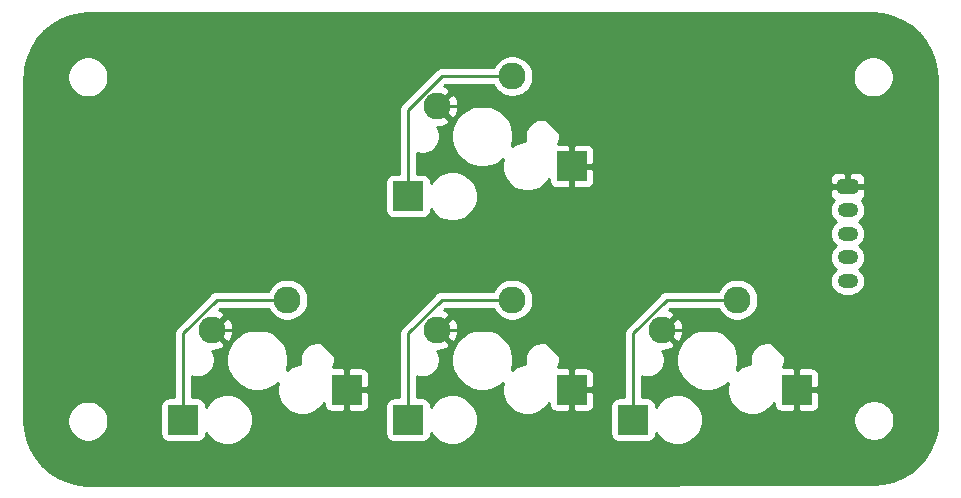
<source format=gbl>
%TF.GenerationSoftware,KiCad,Pcbnew,(5.1.12)-1*%
%TF.CreationDate,2021-12-31T17:27:04-05:00*%
%TF.ProjectId,4keymacropad,346b6579-6d61-4637-926f-7061642e6b69,rev?*%
%TF.SameCoordinates,Original*%
%TF.FileFunction,Copper,L2,Bot*%
%TF.FilePolarity,Positive*%
%FSLAX46Y46*%
G04 Gerber Fmt 4.6, Leading zero omitted, Abs format (unit mm)*
G04 Created by KiCad (PCBNEW (5.1.12)-1) date 2021-12-31 17:27:04*
%MOMM*%
%LPD*%
G01*
G04 APERTURE LIST*
%TA.AperFunction,SMDPad,CuDef*%
%ADD10R,2.550000X2.500000*%
%TD*%
%TA.AperFunction,ComponentPad*%
%ADD11C,2.286000*%
%TD*%
%TA.AperFunction,ComponentPad*%
%ADD12O,1.750000X1.200000*%
%TD*%
%TA.AperFunction,Conductor*%
%ADD13C,0.250000*%
%TD*%
%TA.AperFunction,Conductor*%
%ADD14C,0.254000*%
%TD*%
%TA.AperFunction,Conductor*%
%ADD15C,0.100000*%
%TD*%
G04 APERTURE END LIST*
D10*
%TO.P,SW3,1*%
%TO.N,Net-(J1-Pad4)*%
X128330000Y-106045000D03*
D11*
X137160000Y-95885000D03*
%TO.P,SW3,2*%
%TO.N,GND*%
X130810000Y-98425000D03*
D10*
X142180000Y-103505000D03*
%TD*%
%TO.P,SW1,2*%
%TO.N,GND*%
X142180000Y-84582000D03*
D11*
X130810000Y-79502000D03*
%TO.P,SW1,1*%
%TO.N,Net-(J1-Pad2)*%
X137160000Y-76962000D03*
D10*
X128330000Y-87122000D03*
%TD*%
%TO.P,J1,1*%
%TO.N,GND*%
%TA.AperFunction,ComponentPad*%
G36*
G01*
X164919499Y-85696500D02*
X166169501Y-85696500D01*
G75*
G02*
X166419500Y-85946499I0J-249999D01*
G01*
X166419500Y-86646501D01*
G75*
G02*
X166169501Y-86896500I-249999J0D01*
G01*
X164919499Y-86896500D01*
G75*
G02*
X164669500Y-86646501I0J249999D01*
G01*
X164669500Y-85946499D01*
G75*
G02*
X164919499Y-85696500I249999J0D01*
G01*
G37*
%TD.AperFunction*%
D12*
%TO.P,J1,2*%
%TO.N,Net-(J1-Pad2)*%
X165544500Y-88296500D03*
%TO.P,J1,3*%
%TO.N,Net-(J1-Pad3)*%
X165544500Y-90296500D03*
%TO.P,J1,4*%
%TO.N,Net-(J1-Pad4)*%
X165544500Y-92296500D03*
%TO.P,J1,5*%
%TO.N,Net-(J1-Pad5)*%
X165544500Y-94296500D03*
%TD*%
D10*
%TO.P,SW2,1*%
%TO.N,Net-(J1-Pad3)*%
X109280000Y-106045000D03*
D11*
X118110000Y-95885000D03*
%TO.P,SW2,2*%
%TO.N,GND*%
X111760000Y-98425000D03*
D10*
X123130000Y-103505000D03*
%TD*%
%TO.P,SW4,2*%
%TO.N,GND*%
X161230000Y-103505000D03*
D11*
X149860000Y-98425000D03*
%TO.P,SW4,1*%
%TO.N,Net-(J1-Pad5)*%
X156210000Y-95885000D03*
D10*
X147380000Y-106045000D03*
%TD*%
D13*
%TO.N,Net-(J1-Pad2)*%
X128330000Y-79809358D02*
X128330000Y-87122000D01*
X131177358Y-76962000D02*
X128330000Y-79809358D01*
X137160000Y-76962000D02*
X131177358Y-76962000D01*
%TO.N,Net-(J1-Pad3)*%
X109280000Y-98732358D02*
X109280000Y-106045000D01*
X112127358Y-95885000D02*
X109280000Y-98732358D01*
X118110000Y-95885000D02*
X112127358Y-95885000D01*
%TO.N,Net-(J1-Pad4)*%
X128330000Y-98732358D02*
X128330000Y-106045000D01*
X131177358Y-95885000D02*
X128330000Y-98732358D01*
X137160000Y-95885000D02*
X131177358Y-95885000D01*
%TO.N,Net-(J1-Pad5)*%
X147380000Y-98732358D02*
X147380000Y-106045000D01*
X150227358Y-95885000D02*
X147380000Y-98732358D01*
X156210000Y-95885000D02*
X150227358Y-95885000D01*
%TO.N,GND*%
X142180000Y-82781666D02*
X142180000Y-84582000D01*
X138900334Y-79502000D02*
X142180000Y-82781666D01*
X130810000Y-79502000D02*
X138900334Y-79502000D01*
X123130000Y-101704666D02*
X123130000Y-103505000D01*
X119850334Y-98425000D02*
X123130000Y-101704666D01*
X111760000Y-98425000D02*
X119850334Y-98425000D01*
X142180000Y-101704666D02*
X142180000Y-103505000D01*
X138900334Y-98425000D02*
X142180000Y-101704666D01*
X130810000Y-98425000D02*
X138900334Y-98425000D01*
X161230000Y-101704666D02*
X161230000Y-103505000D01*
X157950334Y-98425000D02*
X161230000Y-101704666D01*
X149860000Y-98425000D02*
X157950334Y-98425000D01*
%TD*%
D14*
%TO.N,GND*%
X168508981Y-71723727D02*
X169355613Y-71931680D01*
X170158099Y-72272315D01*
X170895808Y-72736874D01*
X171549748Y-73313400D01*
X172103102Y-73987064D01*
X172541629Y-74740529D01*
X172854054Y-75554422D01*
X173032808Y-76410072D01*
X173075998Y-77233293D01*
X173073692Y-106921516D01*
X172883965Y-107738687D01*
X172557504Y-108535826D01*
X172107794Y-109270515D01*
X171546408Y-109923852D01*
X170887790Y-110479027D01*
X170148875Y-110921764D01*
X169348690Y-111240663D01*
X168504217Y-111428324D01*
X167743514Y-111481044D01*
X134492858Y-111544500D01*
X101245507Y-111544500D01*
X100360382Y-111473285D01*
X99523847Y-111267812D01*
X98730932Y-110931239D01*
X98002025Y-110472222D01*
X97355883Y-109902573D01*
X96809129Y-109236945D01*
X96375827Y-108492456D01*
X96067132Y-107688280D01*
X95889795Y-106839415D01*
X95846500Y-106151253D01*
X95846500Y-106001117D01*
X99484000Y-106001117D01*
X99484000Y-106342883D01*
X99550675Y-106678081D01*
X99681463Y-106993831D01*
X99871337Y-107277998D01*
X100113002Y-107519663D01*
X100397169Y-107709537D01*
X100712919Y-107840325D01*
X101048117Y-107907000D01*
X101389883Y-107907000D01*
X101725081Y-107840325D01*
X102040831Y-107709537D01*
X102324998Y-107519663D01*
X102566663Y-107277998D01*
X102756537Y-106993831D01*
X102887325Y-106678081D01*
X102954000Y-106342883D01*
X102954000Y-106001117D01*
X102887325Y-105665919D01*
X102756537Y-105350169D01*
X102566663Y-105066002D01*
X102324998Y-104824337D01*
X102281093Y-104795000D01*
X107366928Y-104795000D01*
X107366928Y-107295000D01*
X107379188Y-107419482D01*
X107415498Y-107539180D01*
X107474463Y-107649494D01*
X107553815Y-107746185D01*
X107650506Y-107825537D01*
X107760820Y-107884502D01*
X107880518Y-107920812D01*
X108005000Y-107933072D01*
X110555000Y-107933072D01*
X110679482Y-107920812D01*
X110799180Y-107884502D01*
X110909494Y-107825537D01*
X111006185Y-107746185D01*
X111085537Y-107649494D01*
X111144502Y-107539180D01*
X111180812Y-107419482D01*
X111193072Y-107295000D01*
X111193072Y-107138741D01*
X111371637Y-107405983D01*
X111669017Y-107703363D01*
X112018698Y-107937012D01*
X112407244Y-108097953D01*
X112819721Y-108180000D01*
X113240279Y-108180000D01*
X113652756Y-108097953D01*
X114041302Y-107937012D01*
X114390983Y-107703363D01*
X114688363Y-107405983D01*
X114922012Y-107056302D01*
X115082953Y-106667756D01*
X115165000Y-106255279D01*
X115165000Y-105834721D01*
X115082953Y-105422244D01*
X114922012Y-105033698D01*
X114688363Y-104684017D01*
X114390983Y-104386637D01*
X114041302Y-104152988D01*
X113652756Y-103992047D01*
X113240279Y-103910000D01*
X112819721Y-103910000D01*
X112407244Y-103992047D01*
X112018698Y-104152988D01*
X111669017Y-104386637D01*
X111371637Y-104684017D01*
X111193072Y-104951259D01*
X111193072Y-104795000D01*
X111180812Y-104670518D01*
X111144502Y-104550820D01*
X111085537Y-104440506D01*
X111006185Y-104343815D01*
X110909494Y-104264463D01*
X110799180Y-104205498D01*
X110679482Y-104169188D01*
X110555000Y-104156928D01*
X110040000Y-104156928D01*
X110040000Y-102386931D01*
X110056579Y-102393798D01*
X110343652Y-102450900D01*
X110636348Y-102450900D01*
X110923421Y-102393798D01*
X111193838Y-102281788D01*
X111437206Y-102119174D01*
X111644174Y-101912206D01*
X111806788Y-101668838D01*
X111918798Y-101398421D01*
X111975900Y-101111348D01*
X111975900Y-100818652D01*
X111953508Y-100706076D01*
X112941100Y-100706076D01*
X112941100Y-101223924D01*
X113042127Y-101731822D01*
X113240299Y-102210251D01*
X113528000Y-102640826D01*
X113894174Y-103007000D01*
X114324749Y-103294701D01*
X114803178Y-103492873D01*
X115311076Y-103593900D01*
X115828924Y-103593900D01*
X116336822Y-103492873D01*
X116815251Y-103294701D01*
X117245826Y-103007000D01*
X117316237Y-102936589D01*
X117245000Y-103294721D01*
X117245000Y-103715279D01*
X117327047Y-104127756D01*
X117487988Y-104516302D01*
X117721637Y-104865983D01*
X118019017Y-105163363D01*
X118368698Y-105397012D01*
X118757244Y-105557953D01*
X119169721Y-105640000D01*
X119590279Y-105640000D01*
X120002756Y-105557953D01*
X120391302Y-105397012D01*
X120740983Y-105163363D01*
X121038363Y-104865983D01*
X121217428Y-104597993D01*
X121216928Y-104755000D01*
X121229188Y-104879482D01*
X121265498Y-104999180D01*
X121324463Y-105109494D01*
X121403815Y-105206185D01*
X121500506Y-105285537D01*
X121610820Y-105344502D01*
X121730518Y-105380812D01*
X121855000Y-105393072D01*
X122844250Y-105390000D01*
X123003000Y-105231250D01*
X123003000Y-103632000D01*
X123257000Y-103632000D01*
X123257000Y-105231250D01*
X123415750Y-105390000D01*
X124405000Y-105393072D01*
X124529482Y-105380812D01*
X124649180Y-105344502D01*
X124759494Y-105285537D01*
X124856185Y-105206185D01*
X124935537Y-105109494D01*
X124994502Y-104999180D01*
X125030812Y-104879482D01*
X125039132Y-104795000D01*
X126416928Y-104795000D01*
X126416928Y-107295000D01*
X126429188Y-107419482D01*
X126465498Y-107539180D01*
X126524463Y-107649494D01*
X126603815Y-107746185D01*
X126700506Y-107825537D01*
X126810820Y-107884502D01*
X126930518Y-107920812D01*
X127055000Y-107933072D01*
X129605000Y-107933072D01*
X129729482Y-107920812D01*
X129849180Y-107884502D01*
X129959494Y-107825537D01*
X130056185Y-107746185D01*
X130135537Y-107649494D01*
X130194502Y-107539180D01*
X130230812Y-107419482D01*
X130243072Y-107295000D01*
X130243072Y-107138741D01*
X130421637Y-107405983D01*
X130719017Y-107703363D01*
X131068698Y-107937012D01*
X131457244Y-108097953D01*
X131869721Y-108180000D01*
X132290279Y-108180000D01*
X132702756Y-108097953D01*
X133091302Y-107937012D01*
X133440983Y-107703363D01*
X133738363Y-107405983D01*
X133972012Y-107056302D01*
X134132953Y-106667756D01*
X134215000Y-106255279D01*
X134215000Y-105834721D01*
X134132953Y-105422244D01*
X133972012Y-105033698D01*
X133738363Y-104684017D01*
X133440983Y-104386637D01*
X133091302Y-104152988D01*
X132702756Y-103992047D01*
X132290279Y-103910000D01*
X131869721Y-103910000D01*
X131457244Y-103992047D01*
X131068698Y-104152988D01*
X130719017Y-104386637D01*
X130421637Y-104684017D01*
X130243072Y-104951259D01*
X130243072Y-104795000D01*
X130230812Y-104670518D01*
X130194502Y-104550820D01*
X130135537Y-104440506D01*
X130056185Y-104343815D01*
X129959494Y-104264463D01*
X129849180Y-104205498D01*
X129729482Y-104169188D01*
X129605000Y-104156928D01*
X129090000Y-104156928D01*
X129090000Y-102386931D01*
X129106579Y-102393798D01*
X129393652Y-102450900D01*
X129686348Y-102450900D01*
X129973421Y-102393798D01*
X130243838Y-102281788D01*
X130487206Y-102119174D01*
X130694174Y-101912206D01*
X130856788Y-101668838D01*
X130968798Y-101398421D01*
X131025900Y-101111348D01*
X131025900Y-100818652D01*
X131003508Y-100706076D01*
X131991100Y-100706076D01*
X131991100Y-101223924D01*
X132092127Y-101731822D01*
X132290299Y-102210251D01*
X132578000Y-102640826D01*
X132944174Y-103007000D01*
X133374749Y-103294701D01*
X133853178Y-103492873D01*
X134361076Y-103593900D01*
X134878924Y-103593900D01*
X135386822Y-103492873D01*
X135865251Y-103294701D01*
X136295826Y-103007000D01*
X136366237Y-102936589D01*
X136295000Y-103294721D01*
X136295000Y-103715279D01*
X136377047Y-104127756D01*
X136537988Y-104516302D01*
X136771637Y-104865983D01*
X137069017Y-105163363D01*
X137418698Y-105397012D01*
X137807244Y-105557953D01*
X138219721Y-105640000D01*
X138640279Y-105640000D01*
X139052756Y-105557953D01*
X139441302Y-105397012D01*
X139790983Y-105163363D01*
X140088363Y-104865983D01*
X140267428Y-104597993D01*
X140266928Y-104755000D01*
X140279188Y-104879482D01*
X140315498Y-104999180D01*
X140374463Y-105109494D01*
X140453815Y-105206185D01*
X140550506Y-105285537D01*
X140660820Y-105344502D01*
X140780518Y-105380812D01*
X140905000Y-105393072D01*
X141894250Y-105390000D01*
X142053000Y-105231250D01*
X142053000Y-103632000D01*
X142307000Y-103632000D01*
X142307000Y-105231250D01*
X142465750Y-105390000D01*
X143455000Y-105393072D01*
X143579482Y-105380812D01*
X143699180Y-105344502D01*
X143809494Y-105285537D01*
X143906185Y-105206185D01*
X143985537Y-105109494D01*
X144044502Y-104999180D01*
X144080812Y-104879482D01*
X144089132Y-104795000D01*
X145466928Y-104795000D01*
X145466928Y-107295000D01*
X145479188Y-107419482D01*
X145515498Y-107539180D01*
X145574463Y-107649494D01*
X145653815Y-107746185D01*
X145750506Y-107825537D01*
X145860820Y-107884502D01*
X145980518Y-107920812D01*
X146105000Y-107933072D01*
X148655000Y-107933072D01*
X148779482Y-107920812D01*
X148899180Y-107884502D01*
X149009494Y-107825537D01*
X149106185Y-107746185D01*
X149185537Y-107649494D01*
X149244502Y-107539180D01*
X149280812Y-107419482D01*
X149293072Y-107295000D01*
X149293072Y-107138741D01*
X149471637Y-107405983D01*
X149769017Y-107703363D01*
X150118698Y-107937012D01*
X150507244Y-108097953D01*
X150919721Y-108180000D01*
X151340279Y-108180000D01*
X151752756Y-108097953D01*
X152141302Y-107937012D01*
X152490983Y-107703363D01*
X152788363Y-107405983D01*
X153022012Y-107056302D01*
X153182953Y-106667756D01*
X153265000Y-106255279D01*
X153265000Y-105937617D01*
X166032000Y-105937617D01*
X166032000Y-106279383D01*
X166098675Y-106614581D01*
X166229463Y-106930331D01*
X166419337Y-107214498D01*
X166661002Y-107456163D01*
X166945169Y-107646037D01*
X167260919Y-107776825D01*
X167596117Y-107843500D01*
X167937883Y-107843500D01*
X168273081Y-107776825D01*
X168588831Y-107646037D01*
X168872998Y-107456163D01*
X169114663Y-107214498D01*
X169304537Y-106930331D01*
X169435325Y-106614581D01*
X169502000Y-106279383D01*
X169502000Y-105937617D01*
X169435325Y-105602419D01*
X169304537Y-105286669D01*
X169114663Y-105002502D01*
X168872998Y-104760837D01*
X168588831Y-104570963D01*
X168273081Y-104440175D01*
X167937883Y-104373500D01*
X167596117Y-104373500D01*
X167260919Y-104440175D01*
X166945169Y-104570963D01*
X166661002Y-104760837D01*
X166419337Y-105002502D01*
X166229463Y-105286669D01*
X166098675Y-105602419D01*
X166032000Y-105937617D01*
X153265000Y-105937617D01*
X153265000Y-105834721D01*
X153182953Y-105422244D01*
X153022012Y-105033698D01*
X152788363Y-104684017D01*
X152490983Y-104386637D01*
X152141302Y-104152988D01*
X151752756Y-103992047D01*
X151340279Y-103910000D01*
X150919721Y-103910000D01*
X150507244Y-103992047D01*
X150118698Y-104152988D01*
X149769017Y-104386637D01*
X149471637Y-104684017D01*
X149293072Y-104951259D01*
X149293072Y-104795000D01*
X149280812Y-104670518D01*
X149244502Y-104550820D01*
X149185537Y-104440506D01*
X149106185Y-104343815D01*
X149009494Y-104264463D01*
X148899180Y-104205498D01*
X148779482Y-104169188D01*
X148655000Y-104156928D01*
X148140000Y-104156928D01*
X148140000Y-102386931D01*
X148156579Y-102393798D01*
X148443652Y-102450900D01*
X148736348Y-102450900D01*
X149023421Y-102393798D01*
X149293838Y-102281788D01*
X149537206Y-102119174D01*
X149744174Y-101912206D01*
X149906788Y-101668838D01*
X150018798Y-101398421D01*
X150075900Y-101111348D01*
X150075900Y-100818652D01*
X150053508Y-100706076D01*
X151041100Y-100706076D01*
X151041100Y-101223924D01*
X151142127Y-101731822D01*
X151340299Y-102210251D01*
X151628000Y-102640826D01*
X151994174Y-103007000D01*
X152424749Y-103294701D01*
X152903178Y-103492873D01*
X153411076Y-103593900D01*
X153928924Y-103593900D01*
X154436822Y-103492873D01*
X154915251Y-103294701D01*
X155345826Y-103007000D01*
X155416237Y-102936589D01*
X155345000Y-103294721D01*
X155345000Y-103715279D01*
X155427047Y-104127756D01*
X155587988Y-104516302D01*
X155821637Y-104865983D01*
X156119017Y-105163363D01*
X156468698Y-105397012D01*
X156857244Y-105557953D01*
X157269721Y-105640000D01*
X157690279Y-105640000D01*
X158102756Y-105557953D01*
X158491302Y-105397012D01*
X158840983Y-105163363D01*
X159138363Y-104865983D01*
X159317428Y-104597993D01*
X159316928Y-104755000D01*
X159329188Y-104879482D01*
X159365498Y-104999180D01*
X159424463Y-105109494D01*
X159503815Y-105206185D01*
X159600506Y-105285537D01*
X159710820Y-105344502D01*
X159830518Y-105380812D01*
X159955000Y-105393072D01*
X160944250Y-105390000D01*
X161103000Y-105231250D01*
X161103000Y-103632000D01*
X161357000Y-103632000D01*
X161357000Y-105231250D01*
X161515750Y-105390000D01*
X162505000Y-105393072D01*
X162629482Y-105380812D01*
X162749180Y-105344502D01*
X162859494Y-105285537D01*
X162956185Y-105206185D01*
X163035537Y-105109494D01*
X163094502Y-104999180D01*
X163130812Y-104879482D01*
X163143072Y-104755000D01*
X163140000Y-103790750D01*
X162981250Y-103632000D01*
X161357000Y-103632000D01*
X161103000Y-103632000D01*
X161083000Y-103632000D01*
X161083000Y-103378000D01*
X161103000Y-103378000D01*
X161103000Y-101778750D01*
X161357000Y-101778750D01*
X161357000Y-103378000D01*
X162981250Y-103378000D01*
X163140000Y-103219250D01*
X163143072Y-102255000D01*
X163130812Y-102130518D01*
X163094502Y-102010820D01*
X163035537Y-101900506D01*
X162956185Y-101803815D01*
X162859494Y-101724463D01*
X162749180Y-101665498D01*
X162629482Y-101629188D01*
X162505000Y-101616928D01*
X161515750Y-101620000D01*
X161357000Y-101778750D01*
X161103000Y-101778750D01*
X160944250Y-101620000D01*
X160088119Y-101617341D01*
X160178798Y-101398421D01*
X160235900Y-101111348D01*
X160235900Y-100818652D01*
X160178798Y-100531579D01*
X160066788Y-100261162D01*
X159904174Y-100017794D01*
X159697206Y-99810826D01*
X159453838Y-99648212D01*
X159183421Y-99536202D01*
X158896348Y-99479100D01*
X158603652Y-99479100D01*
X158316579Y-99536202D01*
X158046162Y-99648212D01*
X157802794Y-99810826D01*
X157595826Y-100017794D01*
X157433212Y-100261162D01*
X157321202Y-100531579D01*
X157264100Y-100818652D01*
X157264100Y-101111348D01*
X157315549Y-101370000D01*
X157269721Y-101370000D01*
X156857244Y-101452047D01*
X156468698Y-101612988D01*
X156162292Y-101817721D01*
X156197873Y-101731822D01*
X156298900Y-101223924D01*
X156298900Y-100706076D01*
X156197873Y-100198178D01*
X155999701Y-99719749D01*
X155712000Y-99289174D01*
X155345826Y-98923000D01*
X154915251Y-98635299D01*
X154436822Y-98437127D01*
X153928924Y-98336100D01*
X153411076Y-98336100D01*
X152903178Y-98437127D01*
X152424749Y-98635299D01*
X151994174Y-98923000D01*
X151628000Y-99289174D01*
X151340299Y-99719749D01*
X151142127Y-100198178D01*
X151041100Y-100706076D01*
X150053508Y-100706076D01*
X150018798Y-100531579D01*
X149906788Y-100261162D01*
X149871030Y-100207646D01*
X149916938Y-100210694D01*
X150264216Y-100165275D01*
X150595960Y-100052977D01*
X150804736Y-99941384D01*
X150917755Y-99662360D01*
X149860000Y-98604605D01*
X149845858Y-98618748D01*
X149666253Y-98439143D01*
X149680395Y-98425000D01*
X150039605Y-98425000D01*
X151097360Y-99482755D01*
X151376384Y-99369736D01*
X151531556Y-99055751D01*
X151622491Y-98717527D01*
X151645694Y-98368062D01*
X151600275Y-98020784D01*
X151487977Y-97689040D01*
X151376384Y-97480264D01*
X151097360Y-97367245D01*
X150039605Y-98425000D01*
X149680395Y-98425000D01*
X149666253Y-98410858D01*
X149845858Y-98231253D01*
X149860000Y-98245395D01*
X150917755Y-97187640D01*
X150804736Y-96908616D01*
X150490751Y-96753444D01*
X150445801Y-96741359D01*
X150542160Y-96645000D01*
X154600309Y-96645000D01*
X154634357Y-96727199D01*
X154828937Y-97018409D01*
X155076591Y-97266063D01*
X155367801Y-97460643D01*
X155691377Y-97594672D01*
X156034882Y-97663000D01*
X156385118Y-97663000D01*
X156728623Y-97594672D01*
X157052199Y-97460643D01*
X157343409Y-97266063D01*
X157591063Y-97018409D01*
X157785643Y-96727199D01*
X157919672Y-96403623D01*
X157988000Y-96060118D01*
X157988000Y-95709882D01*
X157919672Y-95366377D01*
X157785643Y-95042801D01*
X157591063Y-94751591D01*
X157343409Y-94503937D01*
X157052199Y-94309357D01*
X156728623Y-94175328D01*
X156385118Y-94107000D01*
X156034882Y-94107000D01*
X155691377Y-94175328D01*
X155367801Y-94309357D01*
X155076591Y-94503937D01*
X154828937Y-94751591D01*
X154634357Y-95042801D01*
X154600309Y-95125000D01*
X150264680Y-95125000D01*
X150227357Y-95121324D01*
X150190034Y-95125000D01*
X150190025Y-95125000D01*
X150078372Y-95135997D01*
X149935111Y-95179454D01*
X149803082Y-95250026D01*
X149687357Y-95344999D01*
X149663559Y-95373997D01*
X146869003Y-98168554D01*
X146839999Y-98192357D01*
X146796472Y-98245395D01*
X146745026Y-98308082D01*
X146730050Y-98336100D01*
X146674454Y-98440112D01*
X146630997Y-98583373D01*
X146620000Y-98695026D01*
X146620000Y-98695036D01*
X146616324Y-98732358D01*
X146620000Y-98769681D01*
X146620001Y-104156928D01*
X146105000Y-104156928D01*
X145980518Y-104169188D01*
X145860820Y-104205498D01*
X145750506Y-104264463D01*
X145653815Y-104343815D01*
X145574463Y-104440506D01*
X145515498Y-104550820D01*
X145479188Y-104670518D01*
X145466928Y-104795000D01*
X144089132Y-104795000D01*
X144093072Y-104755000D01*
X144090000Y-103790750D01*
X143931250Y-103632000D01*
X142307000Y-103632000D01*
X142053000Y-103632000D01*
X142033000Y-103632000D01*
X142033000Y-103378000D01*
X142053000Y-103378000D01*
X142053000Y-101778750D01*
X142307000Y-101778750D01*
X142307000Y-103378000D01*
X143931250Y-103378000D01*
X144090000Y-103219250D01*
X144093072Y-102255000D01*
X144080812Y-102130518D01*
X144044502Y-102010820D01*
X143985537Y-101900506D01*
X143906185Y-101803815D01*
X143809494Y-101724463D01*
X143699180Y-101665498D01*
X143579482Y-101629188D01*
X143455000Y-101616928D01*
X142465750Y-101620000D01*
X142307000Y-101778750D01*
X142053000Y-101778750D01*
X141894250Y-101620000D01*
X141038119Y-101617341D01*
X141128798Y-101398421D01*
X141185900Y-101111348D01*
X141185900Y-100818652D01*
X141128798Y-100531579D01*
X141016788Y-100261162D01*
X140854174Y-100017794D01*
X140647206Y-99810826D01*
X140403838Y-99648212D01*
X140133421Y-99536202D01*
X139846348Y-99479100D01*
X139553652Y-99479100D01*
X139266579Y-99536202D01*
X138996162Y-99648212D01*
X138752794Y-99810826D01*
X138545826Y-100017794D01*
X138383212Y-100261162D01*
X138271202Y-100531579D01*
X138214100Y-100818652D01*
X138214100Y-101111348D01*
X138265549Y-101370000D01*
X138219721Y-101370000D01*
X137807244Y-101452047D01*
X137418698Y-101612988D01*
X137112292Y-101817721D01*
X137147873Y-101731822D01*
X137248900Y-101223924D01*
X137248900Y-100706076D01*
X137147873Y-100198178D01*
X136949701Y-99719749D01*
X136662000Y-99289174D01*
X136295826Y-98923000D01*
X135865251Y-98635299D01*
X135386822Y-98437127D01*
X134878924Y-98336100D01*
X134361076Y-98336100D01*
X133853178Y-98437127D01*
X133374749Y-98635299D01*
X132944174Y-98923000D01*
X132578000Y-99289174D01*
X132290299Y-99719749D01*
X132092127Y-100198178D01*
X131991100Y-100706076D01*
X131003508Y-100706076D01*
X130968798Y-100531579D01*
X130856788Y-100261162D01*
X130821030Y-100207646D01*
X130866938Y-100210694D01*
X131214216Y-100165275D01*
X131545960Y-100052977D01*
X131754736Y-99941384D01*
X131867755Y-99662360D01*
X130810000Y-98604605D01*
X130795858Y-98618748D01*
X130616253Y-98439143D01*
X130630395Y-98425000D01*
X130989605Y-98425000D01*
X132047360Y-99482755D01*
X132326384Y-99369736D01*
X132481556Y-99055751D01*
X132572491Y-98717527D01*
X132595694Y-98368062D01*
X132550275Y-98020784D01*
X132437977Y-97689040D01*
X132326384Y-97480264D01*
X132047360Y-97367245D01*
X130989605Y-98425000D01*
X130630395Y-98425000D01*
X130616253Y-98410858D01*
X130795858Y-98231253D01*
X130810000Y-98245395D01*
X131867755Y-97187640D01*
X131754736Y-96908616D01*
X131440751Y-96753444D01*
X131395801Y-96741359D01*
X131492160Y-96645000D01*
X135550309Y-96645000D01*
X135584357Y-96727199D01*
X135778937Y-97018409D01*
X136026591Y-97266063D01*
X136317801Y-97460643D01*
X136641377Y-97594672D01*
X136984882Y-97663000D01*
X137335118Y-97663000D01*
X137678623Y-97594672D01*
X138002199Y-97460643D01*
X138293409Y-97266063D01*
X138541063Y-97018409D01*
X138735643Y-96727199D01*
X138869672Y-96403623D01*
X138938000Y-96060118D01*
X138938000Y-95709882D01*
X138869672Y-95366377D01*
X138735643Y-95042801D01*
X138541063Y-94751591D01*
X138293409Y-94503937D01*
X138002199Y-94309357D01*
X137678623Y-94175328D01*
X137335118Y-94107000D01*
X136984882Y-94107000D01*
X136641377Y-94175328D01*
X136317801Y-94309357D01*
X136026591Y-94503937D01*
X135778937Y-94751591D01*
X135584357Y-95042801D01*
X135550309Y-95125000D01*
X131214680Y-95125000D01*
X131177357Y-95121324D01*
X131140034Y-95125000D01*
X131140025Y-95125000D01*
X131028372Y-95135997D01*
X130885111Y-95179454D01*
X130753082Y-95250026D01*
X130637357Y-95344999D01*
X130613559Y-95373997D01*
X127819003Y-98168554D01*
X127789999Y-98192357D01*
X127746472Y-98245395D01*
X127695026Y-98308082D01*
X127680050Y-98336100D01*
X127624454Y-98440112D01*
X127580997Y-98583373D01*
X127570000Y-98695026D01*
X127570000Y-98695036D01*
X127566324Y-98732358D01*
X127570000Y-98769681D01*
X127570001Y-104156928D01*
X127055000Y-104156928D01*
X126930518Y-104169188D01*
X126810820Y-104205498D01*
X126700506Y-104264463D01*
X126603815Y-104343815D01*
X126524463Y-104440506D01*
X126465498Y-104550820D01*
X126429188Y-104670518D01*
X126416928Y-104795000D01*
X125039132Y-104795000D01*
X125043072Y-104755000D01*
X125040000Y-103790750D01*
X124881250Y-103632000D01*
X123257000Y-103632000D01*
X123003000Y-103632000D01*
X122983000Y-103632000D01*
X122983000Y-103378000D01*
X123003000Y-103378000D01*
X123003000Y-101778750D01*
X123257000Y-101778750D01*
X123257000Y-103378000D01*
X124881250Y-103378000D01*
X125040000Y-103219250D01*
X125043072Y-102255000D01*
X125030812Y-102130518D01*
X124994502Y-102010820D01*
X124935537Y-101900506D01*
X124856185Y-101803815D01*
X124759494Y-101724463D01*
X124649180Y-101665498D01*
X124529482Y-101629188D01*
X124405000Y-101616928D01*
X123415750Y-101620000D01*
X123257000Y-101778750D01*
X123003000Y-101778750D01*
X122844250Y-101620000D01*
X121988119Y-101617341D01*
X122078798Y-101398421D01*
X122135900Y-101111348D01*
X122135900Y-100818652D01*
X122078798Y-100531579D01*
X121966788Y-100261162D01*
X121804174Y-100017794D01*
X121597206Y-99810826D01*
X121353838Y-99648212D01*
X121083421Y-99536202D01*
X120796348Y-99479100D01*
X120503652Y-99479100D01*
X120216579Y-99536202D01*
X119946162Y-99648212D01*
X119702794Y-99810826D01*
X119495826Y-100017794D01*
X119333212Y-100261162D01*
X119221202Y-100531579D01*
X119164100Y-100818652D01*
X119164100Y-101111348D01*
X119215549Y-101370000D01*
X119169721Y-101370000D01*
X118757244Y-101452047D01*
X118368698Y-101612988D01*
X118062292Y-101817721D01*
X118097873Y-101731822D01*
X118198900Y-101223924D01*
X118198900Y-100706076D01*
X118097873Y-100198178D01*
X117899701Y-99719749D01*
X117612000Y-99289174D01*
X117245826Y-98923000D01*
X116815251Y-98635299D01*
X116336822Y-98437127D01*
X115828924Y-98336100D01*
X115311076Y-98336100D01*
X114803178Y-98437127D01*
X114324749Y-98635299D01*
X113894174Y-98923000D01*
X113528000Y-99289174D01*
X113240299Y-99719749D01*
X113042127Y-100198178D01*
X112941100Y-100706076D01*
X111953508Y-100706076D01*
X111918798Y-100531579D01*
X111806788Y-100261162D01*
X111771030Y-100207646D01*
X111816938Y-100210694D01*
X112164216Y-100165275D01*
X112495960Y-100052977D01*
X112704736Y-99941384D01*
X112817755Y-99662360D01*
X111760000Y-98604605D01*
X111745858Y-98618748D01*
X111566253Y-98439143D01*
X111580395Y-98425000D01*
X111939605Y-98425000D01*
X112997360Y-99482755D01*
X113276384Y-99369736D01*
X113431556Y-99055751D01*
X113522491Y-98717527D01*
X113545694Y-98368062D01*
X113500275Y-98020784D01*
X113387977Y-97689040D01*
X113276384Y-97480264D01*
X112997360Y-97367245D01*
X111939605Y-98425000D01*
X111580395Y-98425000D01*
X111566253Y-98410858D01*
X111745858Y-98231253D01*
X111760000Y-98245395D01*
X112817755Y-97187640D01*
X112704736Y-96908616D01*
X112390751Y-96753444D01*
X112345801Y-96741359D01*
X112442160Y-96645000D01*
X116500309Y-96645000D01*
X116534357Y-96727199D01*
X116728937Y-97018409D01*
X116976591Y-97266063D01*
X117267801Y-97460643D01*
X117591377Y-97594672D01*
X117934882Y-97663000D01*
X118285118Y-97663000D01*
X118628623Y-97594672D01*
X118952199Y-97460643D01*
X119243409Y-97266063D01*
X119491063Y-97018409D01*
X119685643Y-96727199D01*
X119819672Y-96403623D01*
X119888000Y-96060118D01*
X119888000Y-95709882D01*
X119819672Y-95366377D01*
X119685643Y-95042801D01*
X119491063Y-94751591D01*
X119243409Y-94503937D01*
X118952199Y-94309357D01*
X118628623Y-94175328D01*
X118285118Y-94107000D01*
X117934882Y-94107000D01*
X117591377Y-94175328D01*
X117267801Y-94309357D01*
X116976591Y-94503937D01*
X116728937Y-94751591D01*
X116534357Y-95042801D01*
X116500309Y-95125000D01*
X112164680Y-95125000D01*
X112127357Y-95121324D01*
X112090034Y-95125000D01*
X112090025Y-95125000D01*
X111978372Y-95135997D01*
X111835111Y-95179454D01*
X111703082Y-95250026D01*
X111587357Y-95344999D01*
X111563559Y-95373997D01*
X108769003Y-98168554D01*
X108739999Y-98192357D01*
X108696472Y-98245395D01*
X108645026Y-98308082D01*
X108630050Y-98336100D01*
X108574454Y-98440112D01*
X108530997Y-98583373D01*
X108520000Y-98695026D01*
X108520000Y-98695036D01*
X108516324Y-98732358D01*
X108520000Y-98769681D01*
X108520001Y-104156928D01*
X108005000Y-104156928D01*
X107880518Y-104169188D01*
X107760820Y-104205498D01*
X107650506Y-104264463D01*
X107553815Y-104343815D01*
X107474463Y-104440506D01*
X107415498Y-104550820D01*
X107379188Y-104670518D01*
X107366928Y-104795000D01*
X102281093Y-104795000D01*
X102040831Y-104634463D01*
X101725081Y-104503675D01*
X101389883Y-104437000D01*
X101048117Y-104437000D01*
X100712919Y-104503675D01*
X100397169Y-104634463D01*
X100113002Y-104824337D01*
X99871337Y-105066002D01*
X99681463Y-105350169D01*
X99550675Y-105665919D01*
X99484000Y-106001117D01*
X95846500Y-106001117D01*
X95846500Y-85872000D01*
X126416928Y-85872000D01*
X126416928Y-88372000D01*
X126429188Y-88496482D01*
X126465498Y-88616180D01*
X126524463Y-88726494D01*
X126603815Y-88823185D01*
X126700506Y-88902537D01*
X126810820Y-88961502D01*
X126930518Y-88997812D01*
X127055000Y-89010072D01*
X129605000Y-89010072D01*
X129729482Y-88997812D01*
X129849180Y-88961502D01*
X129959494Y-88902537D01*
X130056185Y-88823185D01*
X130135537Y-88726494D01*
X130194502Y-88616180D01*
X130230812Y-88496482D01*
X130243072Y-88372000D01*
X130243072Y-88215741D01*
X130421637Y-88482983D01*
X130719017Y-88780363D01*
X131068698Y-89014012D01*
X131457244Y-89174953D01*
X131869721Y-89257000D01*
X132290279Y-89257000D01*
X132702756Y-89174953D01*
X133091302Y-89014012D01*
X133440983Y-88780363D01*
X133738363Y-88482983D01*
X133862966Y-88296500D01*
X164028525Y-88296500D01*
X164052370Y-88538602D01*
X164122989Y-88771401D01*
X164237667Y-88985949D01*
X164391998Y-89174002D01*
X164541262Y-89296500D01*
X164391998Y-89418998D01*
X164237667Y-89607051D01*
X164122989Y-89821599D01*
X164052370Y-90054398D01*
X164028525Y-90296500D01*
X164052370Y-90538602D01*
X164122989Y-90771401D01*
X164237667Y-90985949D01*
X164391998Y-91174002D01*
X164541262Y-91296500D01*
X164391998Y-91418998D01*
X164237667Y-91607051D01*
X164122989Y-91821599D01*
X164052370Y-92054398D01*
X164028525Y-92296500D01*
X164052370Y-92538602D01*
X164122989Y-92771401D01*
X164237667Y-92985949D01*
X164391998Y-93174002D01*
X164541262Y-93296500D01*
X164391998Y-93418998D01*
X164237667Y-93607051D01*
X164122989Y-93821599D01*
X164052370Y-94054398D01*
X164028525Y-94296500D01*
X164052370Y-94538602D01*
X164122989Y-94771401D01*
X164237667Y-94985949D01*
X164391998Y-95174002D01*
X164580051Y-95328333D01*
X164794599Y-95443011D01*
X165027398Y-95513630D01*
X165208835Y-95531500D01*
X165880165Y-95531500D01*
X166061602Y-95513630D01*
X166294401Y-95443011D01*
X166508949Y-95328333D01*
X166697002Y-95174002D01*
X166851333Y-94985949D01*
X166966011Y-94771401D01*
X167036630Y-94538602D01*
X167060475Y-94296500D01*
X167036630Y-94054398D01*
X166966011Y-93821599D01*
X166851333Y-93607051D01*
X166697002Y-93418998D01*
X166547738Y-93296500D01*
X166697002Y-93174002D01*
X166851333Y-92985949D01*
X166966011Y-92771401D01*
X167036630Y-92538602D01*
X167060475Y-92296500D01*
X167036630Y-92054398D01*
X166966011Y-91821599D01*
X166851333Y-91607051D01*
X166697002Y-91418998D01*
X166547738Y-91296500D01*
X166697002Y-91174002D01*
X166851333Y-90985949D01*
X166966011Y-90771401D01*
X167036630Y-90538602D01*
X167060475Y-90296500D01*
X167036630Y-90054398D01*
X166966011Y-89821599D01*
X166851333Y-89607051D01*
X166697002Y-89418998D01*
X166547738Y-89296500D01*
X166697002Y-89174002D01*
X166851333Y-88985949D01*
X166966011Y-88771401D01*
X167036630Y-88538602D01*
X167060475Y-88296500D01*
X167036630Y-88054398D01*
X166966011Y-87821599D01*
X166851333Y-87607051D01*
X166725064Y-87453191D01*
X166773994Y-87427037D01*
X166870685Y-87347685D01*
X166950037Y-87250994D01*
X167009002Y-87140680D01*
X167045312Y-87020982D01*
X167057572Y-86896500D01*
X167054500Y-86582250D01*
X166895750Y-86423500D01*
X165671500Y-86423500D01*
X165671500Y-86443500D01*
X165417500Y-86443500D01*
X165417500Y-86423500D01*
X164193250Y-86423500D01*
X164034500Y-86582250D01*
X164031428Y-86896500D01*
X164043688Y-87020982D01*
X164079998Y-87140680D01*
X164138963Y-87250994D01*
X164218315Y-87347685D01*
X164315006Y-87427037D01*
X164363936Y-87453191D01*
X164237667Y-87607051D01*
X164122989Y-87821599D01*
X164052370Y-88054398D01*
X164028525Y-88296500D01*
X133862966Y-88296500D01*
X133972012Y-88133302D01*
X134132953Y-87744756D01*
X134215000Y-87332279D01*
X134215000Y-86911721D01*
X134132953Y-86499244D01*
X133972012Y-86110698D01*
X133738363Y-85761017D01*
X133440983Y-85463637D01*
X133091302Y-85229988D01*
X132702756Y-85069047D01*
X132290279Y-84987000D01*
X131869721Y-84987000D01*
X131457244Y-85069047D01*
X131068698Y-85229988D01*
X130719017Y-85463637D01*
X130421637Y-85761017D01*
X130243072Y-86028259D01*
X130243072Y-85872000D01*
X130230812Y-85747518D01*
X130194502Y-85627820D01*
X130135537Y-85517506D01*
X130056185Y-85420815D01*
X129959494Y-85341463D01*
X129849180Y-85282498D01*
X129729482Y-85246188D01*
X129605000Y-85233928D01*
X129090000Y-85233928D01*
X129090000Y-83463931D01*
X129106579Y-83470798D01*
X129393652Y-83527900D01*
X129686348Y-83527900D01*
X129973421Y-83470798D01*
X130243838Y-83358788D01*
X130487206Y-83196174D01*
X130694174Y-82989206D01*
X130856788Y-82745838D01*
X130968798Y-82475421D01*
X131025900Y-82188348D01*
X131025900Y-81895652D01*
X131003508Y-81783076D01*
X131991100Y-81783076D01*
X131991100Y-82300924D01*
X132092127Y-82808822D01*
X132290299Y-83287251D01*
X132578000Y-83717826D01*
X132944174Y-84084000D01*
X133374749Y-84371701D01*
X133853178Y-84569873D01*
X134361076Y-84670900D01*
X134878924Y-84670900D01*
X135386822Y-84569873D01*
X135865251Y-84371701D01*
X136295826Y-84084000D01*
X136366237Y-84013589D01*
X136295000Y-84371721D01*
X136295000Y-84792279D01*
X136377047Y-85204756D01*
X136537988Y-85593302D01*
X136771637Y-85942983D01*
X137069017Y-86240363D01*
X137418698Y-86474012D01*
X137807244Y-86634953D01*
X138219721Y-86717000D01*
X138640279Y-86717000D01*
X139052756Y-86634953D01*
X139441302Y-86474012D01*
X139790983Y-86240363D01*
X140088363Y-85942983D01*
X140267428Y-85674993D01*
X140266928Y-85832000D01*
X140279188Y-85956482D01*
X140315498Y-86076180D01*
X140374463Y-86186494D01*
X140453815Y-86283185D01*
X140550506Y-86362537D01*
X140660820Y-86421502D01*
X140780518Y-86457812D01*
X140905000Y-86470072D01*
X141894250Y-86467000D01*
X142053000Y-86308250D01*
X142053000Y-84709000D01*
X142307000Y-84709000D01*
X142307000Y-86308250D01*
X142465750Y-86467000D01*
X143455000Y-86470072D01*
X143579482Y-86457812D01*
X143699180Y-86421502D01*
X143809494Y-86362537D01*
X143906185Y-86283185D01*
X143985537Y-86186494D01*
X144044502Y-86076180D01*
X144080812Y-85956482D01*
X144093072Y-85832000D01*
X144092641Y-85696500D01*
X164031428Y-85696500D01*
X164034500Y-86010750D01*
X164193250Y-86169500D01*
X165417500Y-86169500D01*
X165417500Y-85220250D01*
X165671500Y-85220250D01*
X165671500Y-86169500D01*
X166895750Y-86169500D01*
X167054500Y-86010750D01*
X167057572Y-85696500D01*
X167045312Y-85572018D01*
X167009002Y-85452320D01*
X166950037Y-85342006D01*
X166870685Y-85245315D01*
X166773994Y-85165963D01*
X166663680Y-85106998D01*
X166543982Y-85070688D01*
X166419500Y-85058428D01*
X165830250Y-85061500D01*
X165671500Y-85220250D01*
X165417500Y-85220250D01*
X165258750Y-85061500D01*
X164669500Y-85058428D01*
X164545018Y-85070688D01*
X164425320Y-85106998D01*
X164315006Y-85165963D01*
X164218315Y-85245315D01*
X164138963Y-85342006D01*
X164079998Y-85452320D01*
X164043688Y-85572018D01*
X164031428Y-85696500D01*
X144092641Y-85696500D01*
X144090000Y-84867750D01*
X143931250Y-84709000D01*
X142307000Y-84709000D01*
X142053000Y-84709000D01*
X142033000Y-84709000D01*
X142033000Y-84455000D01*
X142053000Y-84455000D01*
X142053000Y-82855750D01*
X142307000Y-82855750D01*
X142307000Y-84455000D01*
X143931250Y-84455000D01*
X144090000Y-84296250D01*
X144093072Y-83332000D01*
X144080812Y-83207518D01*
X144044502Y-83087820D01*
X143985537Y-82977506D01*
X143906185Y-82880815D01*
X143809494Y-82801463D01*
X143699180Y-82742498D01*
X143579482Y-82706188D01*
X143455000Y-82693928D01*
X142465750Y-82697000D01*
X142307000Y-82855750D01*
X142053000Y-82855750D01*
X141894250Y-82697000D01*
X141038119Y-82694341D01*
X141128798Y-82475421D01*
X141185900Y-82188348D01*
X141185900Y-81895652D01*
X141128798Y-81608579D01*
X141016788Y-81338162D01*
X140854174Y-81094794D01*
X140647206Y-80887826D01*
X140403838Y-80725212D01*
X140133421Y-80613202D01*
X139846348Y-80556100D01*
X139553652Y-80556100D01*
X139266579Y-80613202D01*
X138996162Y-80725212D01*
X138752794Y-80887826D01*
X138545826Y-81094794D01*
X138383212Y-81338162D01*
X138271202Y-81608579D01*
X138214100Y-81895652D01*
X138214100Y-82188348D01*
X138265549Y-82447000D01*
X138219721Y-82447000D01*
X137807244Y-82529047D01*
X137418698Y-82689988D01*
X137112292Y-82894721D01*
X137147873Y-82808822D01*
X137248900Y-82300924D01*
X137248900Y-81783076D01*
X137147873Y-81275178D01*
X136949701Y-80796749D01*
X136662000Y-80366174D01*
X136295826Y-80000000D01*
X135865251Y-79712299D01*
X135386822Y-79514127D01*
X134878924Y-79413100D01*
X134361076Y-79413100D01*
X133853178Y-79514127D01*
X133374749Y-79712299D01*
X132944174Y-80000000D01*
X132578000Y-80366174D01*
X132290299Y-80796749D01*
X132092127Y-81275178D01*
X131991100Y-81783076D01*
X131003508Y-81783076D01*
X130968798Y-81608579D01*
X130856788Y-81338162D01*
X130821030Y-81284646D01*
X130866938Y-81287694D01*
X131214216Y-81242275D01*
X131545960Y-81129977D01*
X131754736Y-81018384D01*
X131867755Y-80739360D01*
X130810000Y-79681605D01*
X130795858Y-79695748D01*
X130616253Y-79516143D01*
X130630395Y-79502000D01*
X130989605Y-79502000D01*
X132047360Y-80559755D01*
X132326384Y-80446736D01*
X132481556Y-80132751D01*
X132572491Y-79794527D01*
X132595694Y-79445062D01*
X132550275Y-79097784D01*
X132437977Y-78766040D01*
X132326384Y-78557264D01*
X132047360Y-78444245D01*
X130989605Y-79502000D01*
X130630395Y-79502000D01*
X130616253Y-79487858D01*
X130795858Y-79308253D01*
X130810000Y-79322395D01*
X131867755Y-78264640D01*
X131754736Y-77985616D01*
X131440751Y-77830444D01*
X131395801Y-77818359D01*
X131492160Y-77722000D01*
X135550309Y-77722000D01*
X135584357Y-77804199D01*
X135778937Y-78095409D01*
X136026591Y-78343063D01*
X136317801Y-78537643D01*
X136641377Y-78671672D01*
X136984882Y-78740000D01*
X137335118Y-78740000D01*
X137678623Y-78671672D01*
X138002199Y-78537643D01*
X138293409Y-78343063D01*
X138541063Y-78095409D01*
X138735643Y-77804199D01*
X138869672Y-77480623D01*
X138938000Y-77137118D01*
X138938000Y-76854617D01*
X165968500Y-76854617D01*
X165968500Y-77196383D01*
X166035175Y-77531581D01*
X166165963Y-77847331D01*
X166355837Y-78131498D01*
X166597502Y-78373163D01*
X166881669Y-78563037D01*
X167197419Y-78693825D01*
X167532617Y-78760500D01*
X167874383Y-78760500D01*
X168209581Y-78693825D01*
X168525331Y-78563037D01*
X168809498Y-78373163D01*
X169051163Y-78131498D01*
X169241037Y-77847331D01*
X169371825Y-77531581D01*
X169438500Y-77196383D01*
X169438500Y-76854617D01*
X169371825Y-76519419D01*
X169241037Y-76203669D01*
X169051163Y-75919502D01*
X168809498Y-75677837D01*
X168525331Y-75487963D01*
X168209581Y-75357175D01*
X167874383Y-75290500D01*
X167532617Y-75290500D01*
X167197419Y-75357175D01*
X166881669Y-75487963D01*
X166597502Y-75677837D01*
X166355837Y-75919502D01*
X166165963Y-76203669D01*
X166035175Y-76519419D01*
X165968500Y-76854617D01*
X138938000Y-76854617D01*
X138938000Y-76786882D01*
X138869672Y-76443377D01*
X138735643Y-76119801D01*
X138541063Y-75828591D01*
X138293409Y-75580937D01*
X138002199Y-75386357D01*
X137678623Y-75252328D01*
X137335118Y-75184000D01*
X136984882Y-75184000D01*
X136641377Y-75252328D01*
X136317801Y-75386357D01*
X136026591Y-75580937D01*
X135778937Y-75828591D01*
X135584357Y-76119801D01*
X135550309Y-76202000D01*
X131214680Y-76202000D01*
X131177357Y-76198324D01*
X131140034Y-76202000D01*
X131140025Y-76202000D01*
X131028372Y-76212997D01*
X130885111Y-76256454D01*
X130753082Y-76327026D01*
X130637357Y-76421999D01*
X130613559Y-76450997D01*
X127819003Y-79245554D01*
X127789999Y-79269357D01*
X127746472Y-79322395D01*
X127695026Y-79385082D01*
X127680050Y-79413100D01*
X127624454Y-79517112D01*
X127580997Y-79660373D01*
X127570000Y-79772026D01*
X127570000Y-79772036D01*
X127566324Y-79809358D01*
X127570000Y-79846681D01*
X127570001Y-85233928D01*
X127055000Y-85233928D01*
X126930518Y-85246188D01*
X126810820Y-85282498D01*
X126700506Y-85341463D01*
X126603815Y-85420815D01*
X126524463Y-85517506D01*
X126465498Y-85627820D01*
X126429188Y-85747518D01*
X126416928Y-85872000D01*
X95846500Y-85872000D01*
X95846500Y-77052007D01*
X95862381Y-76854617D01*
X99484000Y-76854617D01*
X99484000Y-77196383D01*
X99550675Y-77531581D01*
X99681463Y-77847331D01*
X99871337Y-78131498D01*
X100113002Y-78373163D01*
X100397169Y-78563037D01*
X100712919Y-78693825D01*
X101048117Y-78760500D01*
X101389883Y-78760500D01*
X101725081Y-78693825D01*
X102040831Y-78563037D01*
X102324998Y-78373163D01*
X102566663Y-78131498D01*
X102756537Y-77847331D01*
X102887325Y-77531581D01*
X102954000Y-77196383D01*
X102954000Y-76854617D01*
X102887325Y-76519419D01*
X102756537Y-76203669D01*
X102566663Y-75919502D01*
X102324998Y-75677837D01*
X102040831Y-75487963D01*
X101725081Y-75357175D01*
X101389883Y-75290500D01*
X101048117Y-75290500D01*
X100712919Y-75357175D01*
X100397169Y-75487963D01*
X100113002Y-75677837D01*
X99871337Y-75919502D01*
X99681463Y-76203669D01*
X99550675Y-76519419D01*
X99484000Y-76854617D01*
X95862381Y-76854617D01*
X95917715Y-76166882D01*
X96123188Y-75330347D01*
X96459761Y-74537432D01*
X96918777Y-73808525D01*
X97488430Y-73162381D01*
X98154055Y-72615629D01*
X98898539Y-72182329D01*
X99702720Y-71873632D01*
X100551579Y-71696296D01*
X101239747Y-71653000D01*
X134587598Y-71653000D01*
X134587608Y-71653001D01*
X134612578Y-71653000D01*
X134652419Y-71653000D01*
X134652435Y-71652998D01*
X167613496Y-71651678D01*
X168508981Y-71723727D01*
%TA.AperFunction,Conductor*%
D15*
G36*
X168508981Y-71723727D02*
G01*
X169355613Y-71931680D01*
X170158099Y-72272315D01*
X170895808Y-72736874D01*
X171549748Y-73313400D01*
X172103102Y-73987064D01*
X172541629Y-74740529D01*
X172854054Y-75554422D01*
X173032808Y-76410072D01*
X173075998Y-77233293D01*
X173073692Y-106921516D01*
X172883965Y-107738687D01*
X172557504Y-108535826D01*
X172107794Y-109270515D01*
X171546408Y-109923852D01*
X170887790Y-110479027D01*
X170148875Y-110921764D01*
X169348690Y-111240663D01*
X168504217Y-111428324D01*
X167743514Y-111481044D01*
X134492858Y-111544500D01*
X101245507Y-111544500D01*
X100360382Y-111473285D01*
X99523847Y-111267812D01*
X98730932Y-110931239D01*
X98002025Y-110472222D01*
X97355883Y-109902573D01*
X96809129Y-109236945D01*
X96375827Y-108492456D01*
X96067132Y-107688280D01*
X95889795Y-106839415D01*
X95846500Y-106151253D01*
X95846500Y-106001117D01*
X99484000Y-106001117D01*
X99484000Y-106342883D01*
X99550675Y-106678081D01*
X99681463Y-106993831D01*
X99871337Y-107277998D01*
X100113002Y-107519663D01*
X100397169Y-107709537D01*
X100712919Y-107840325D01*
X101048117Y-107907000D01*
X101389883Y-107907000D01*
X101725081Y-107840325D01*
X102040831Y-107709537D01*
X102324998Y-107519663D01*
X102566663Y-107277998D01*
X102756537Y-106993831D01*
X102887325Y-106678081D01*
X102954000Y-106342883D01*
X102954000Y-106001117D01*
X102887325Y-105665919D01*
X102756537Y-105350169D01*
X102566663Y-105066002D01*
X102324998Y-104824337D01*
X102281093Y-104795000D01*
X107366928Y-104795000D01*
X107366928Y-107295000D01*
X107379188Y-107419482D01*
X107415498Y-107539180D01*
X107474463Y-107649494D01*
X107553815Y-107746185D01*
X107650506Y-107825537D01*
X107760820Y-107884502D01*
X107880518Y-107920812D01*
X108005000Y-107933072D01*
X110555000Y-107933072D01*
X110679482Y-107920812D01*
X110799180Y-107884502D01*
X110909494Y-107825537D01*
X111006185Y-107746185D01*
X111085537Y-107649494D01*
X111144502Y-107539180D01*
X111180812Y-107419482D01*
X111193072Y-107295000D01*
X111193072Y-107138741D01*
X111371637Y-107405983D01*
X111669017Y-107703363D01*
X112018698Y-107937012D01*
X112407244Y-108097953D01*
X112819721Y-108180000D01*
X113240279Y-108180000D01*
X113652756Y-108097953D01*
X114041302Y-107937012D01*
X114390983Y-107703363D01*
X114688363Y-107405983D01*
X114922012Y-107056302D01*
X115082953Y-106667756D01*
X115165000Y-106255279D01*
X115165000Y-105834721D01*
X115082953Y-105422244D01*
X114922012Y-105033698D01*
X114688363Y-104684017D01*
X114390983Y-104386637D01*
X114041302Y-104152988D01*
X113652756Y-103992047D01*
X113240279Y-103910000D01*
X112819721Y-103910000D01*
X112407244Y-103992047D01*
X112018698Y-104152988D01*
X111669017Y-104386637D01*
X111371637Y-104684017D01*
X111193072Y-104951259D01*
X111193072Y-104795000D01*
X111180812Y-104670518D01*
X111144502Y-104550820D01*
X111085537Y-104440506D01*
X111006185Y-104343815D01*
X110909494Y-104264463D01*
X110799180Y-104205498D01*
X110679482Y-104169188D01*
X110555000Y-104156928D01*
X110040000Y-104156928D01*
X110040000Y-102386931D01*
X110056579Y-102393798D01*
X110343652Y-102450900D01*
X110636348Y-102450900D01*
X110923421Y-102393798D01*
X111193838Y-102281788D01*
X111437206Y-102119174D01*
X111644174Y-101912206D01*
X111806788Y-101668838D01*
X111918798Y-101398421D01*
X111975900Y-101111348D01*
X111975900Y-100818652D01*
X111953508Y-100706076D01*
X112941100Y-100706076D01*
X112941100Y-101223924D01*
X113042127Y-101731822D01*
X113240299Y-102210251D01*
X113528000Y-102640826D01*
X113894174Y-103007000D01*
X114324749Y-103294701D01*
X114803178Y-103492873D01*
X115311076Y-103593900D01*
X115828924Y-103593900D01*
X116336822Y-103492873D01*
X116815251Y-103294701D01*
X117245826Y-103007000D01*
X117316237Y-102936589D01*
X117245000Y-103294721D01*
X117245000Y-103715279D01*
X117327047Y-104127756D01*
X117487988Y-104516302D01*
X117721637Y-104865983D01*
X118019017Y-105163363D01*
X118368698Y-105397012D01*
X118757244Y-105557953D01*
X119169721Y-105640000D01*
X119590279Y-105640000D01*
X120002756Y-105557953D01*
X120391302Y-105397012D01*
X120740983Y-105163363D01*
X121038363Y-104865983D01*
X121217428Y-104597993D01*
X121216928Y-104755000D01*
X121229188Y-104879482D01*
X121265498Y-104999180D01*
X121324463Y-105109494D01*
X121403815Y-105206185D01*
X121500506Y-105285537D01*
X121610820Y-105344502D01*
X121730518Y-105380812D01*
X121855000Y-105393072D01*
X122844250Y-105390000D01*
X123003000Y-105231250D01*
X123003000Y-103632000D01*
X123257000Y-103632000D01*
X123257000Y-105231250D01*
X123415750Y-105390000D01*
X124405000Y-105393072D01*
X124529482Y-105380812D01*
X124649180Y-105344502D01*
X124759494Y-105285537D01*
X124856185Y-105206185D01*
X124935537Y-105109494D01*
X124994502Y-104999180D01*
X125030812Y-104879482D01*
X125039132Y-104795000D01*
X126416928Y-104795000D01*
X126416928Y-107295000D01*
X126429188Y-107419482D01*
X126465498Y-107539180D01*
X126524463Y-107649494D01*
X126603815Y-107746185D01*
X126700506Y-107825537D01*
X126810820Y-107884502D01*
X126930518Y-107920812D01*
X127055000Y-107933072D01*
X129605000Y-107933072D01*
X129729482Y-107920812D01*
X129849180Y-107884502D01*
X129959494Y-107825537D01*
X130056185Y-107746185D01*
X130135537Y-107649494D01*
X130194502Y-107539180D01*
X130230812Y-107419482D01*
X130243072Y-107295000D01*
X130243072Y-107138741D01*
X130421637Y-107405983D01*
X130719017Y-107703363D01*
X131068698Y-107937012D01*
X131457244Y-108097953D01*
X131869721Y-108180000D01*
X132290279Y-108180000D01*
X132702756Y-108097953D01*
X133091302Y-107937012D01*
X133440983Y-107703363D01*
X133738363Y-107405983D01*
X133972012Y-107056302D01*
X134132953Y-106667756D01*
X134215000Y-106255279D01*
X134215000Y-105834721D01*
X134132953Y-105422244D01*
X133972012Y-105033698D01*
X133738363Y-104684017D01*
X133440983Y-104386637D01*
X133091302Y-104152988D01*
X132702756Y-103992047D01*
X132290279Y-103910000D01*
X131869721Y-103910000D01*
X131457244Y-103992047D01*
X131068698Y-104152988D01*
X130719017Y-104386637D01*
X130421637Y-104684017D01*
X130243072Y-104951259D01*
X130243072Y-104795000D01*
X130230812Y-104670518D01*
X130194502Y-104550820D01*
X130135537Y-104440506D01*
X130056185Y-104343815D01*
X129959494Y-104264463D01*
X129849180Y-104205498D01*
X129729482Y-104169188D01*
X129605000Y-104156928D01*
X129090000Y-104156928D01*
X129090000Y-102386931D01*
X129106579Y-102393798D01*
X129393652Y-102450900D01*
X129686348Y-102450900D01*
X129973421Y-102393798D01*
X130243838Y-102281788D01*
X130487206Y-102119174D01*
X130694174Y-101912206D01*
X130856788Y-101668838D01*
X130968798Y-101398421D01*
X131025900Y-101111348D01*
X131025900Y-100818652D01*
X131003508Y-100706076D01*
X131991100Y-100706076D01*
X131991100Y-101223924D01*
X132092127Y-101731822D01*
X132290299Y-102210251D01*
X132578000Y-102640826D01*
X132944174Y-103007000D01*
X133374749Y-103294701D01*
X133853178Y-103492873D01*
X134361076Y-103593900D01*
X134878924Y-103593900D01*
X135386822Y-103492873D01*
X135865251Y-103294701D01*
X136295826Y-103007000D01*
X136366237Y-102936589D01*
X136295000Y-103294721D01*
X136295000Y-103715279D01*
X136377047Y-104127756D01*
X136537988Y-104516302D01*
X136771637Y-104865983D01*
X137069017Y-105163363D01*
X137418698Y-105397012D01*
X137807244Y-105557953D01*
X138219721Y-105640000D01*
X138640279Y-105640000D01*
X139052756Y-105557953D01*
X139441302Y-105397012D01*
X139790983Y-105163363D01*
X140088363Y-104865983D01*
X140267428Y-104597993D01*
X140266928Y-104755000D01*
X140279188Y-104879482D01*
X140315498Y-104999180D01*
X140374463Y-105109494D01*
X140453815Y-105206185D01*
X140550506Y-105285537D01*
X140660820Y-105344502D01*
X140780518Y-105380812D01*
X140905000Y-105393072D01*
X141894250Y-105390000D01*
X142053000Y-105231250D01*
X142053000Y-103632000D01*
X142307000Y-103632000D01*
X142307000Y-105231250D01*
X142465750Y-105390000D01*
X143455000Y-105393072D01*
X143579482Y-105380812D01*
X143699180Y-105344502D01*
X143809494Y-105285537D01*
X143906185Y-105206185D01*
X143985537Y-105109494D01*
X144044502Y-104999180D01*
X144080812Y-104879482D01*
X144089132Y-104795000D01*
X145466928Y-104795000D01*
X145466928Y-107295000D01*
X145479188Y-107419482D01*
X145515498Y-107539180D01*
X145574463Y-107649494D01*
X145653815Y-107746185D01*
X145750506Y-107825537D01*
X145860820Y-107884502D01*
X145980518Y-107920812D01*
X146105000Y-107933072D01*
X148655000Y-107933072D01*
X148779482Y-107920812D01*
X148899180Y-107884502D01*
X149009494Y-107825537D01*
X149106185Y-107746185D01*
X149185537Y-107649494D01*
X149244502Y-107539180D01*
X149280812Y-107419482D01*
X149293072Y-107295000D01*
X149293072Y-107138741D01*
X149471637Y-107405983D01*
X149769017Y-107703363D01*
X150118698Y-107937012D01*
X150507244Y-108097953D01*
X150919721Y-108180000D01*
X151340279Y-108180000D01*
X151752756Y-108097953D01*
X152141302Y-107937012D01*
X152490983Y-107703363D01*
X152788363Y-107405983D01*
X153022012Y-107056302D01*
X153182953Y-106667756D01*
X153265000Y-106255279D01*
X153265000Y-105937617D01*
X166032000Y-105937617D01*
X166032000Y-106279383D01*
X166098675Y-106614581D01*
X166229463Y-106930331D01*
X166419337Y-107214498D01*
X166661002Y-107456163D01*
X166945169Y-107646037D01*
X167260919Y-107776825D01*
X167596117Y-107843500D01*
X167937883Y-107843500D01*
X168273081Y-107776825D01*
X168588831Y-107646037D01*
X168872998Y-107456163D01*
X169114663Y-107214498D01*
X169304537Y-106930331D01*
X169435325Y-106614581D01*
X169502000Y-106279383D01*
X169502000Y-105937617D01*
X169435325Y-105602419D01*
X169304537Y-105286669D01*
X169114663Y-105002502D01*
X168872998Y-104760837D01*
X168588831Y-104570963D01*
X168273081Y-104440175D01*
X167937883Y-104373500D01*
X167596117Y-104373500D01*
X167260919Y-104440175D01*
X166945169Y-104570963D01*
X166661002Y-104760837D01*
X166419337Y-105002502D01*
X166229463Y-105286669D01*
X166098675Y-105602419D01*
X166032000Y-105937617D01*
X153265000Y-105937617D01*
X153265000Y-105834721D01*
X153182953Y-105422244D01*
X153022012Y-105033698D01*
X152788363Y-104684017D01*
X152490983Y-104386637D01*
X152141302Y-104152988D01*
X151752756Y-103992047D01*
X151340279Y-103910000D01*
X150919721Y-103910000D01*
X150507244Y-103992047D01*
X150118698Y-104152988D01*
X149769017Y-104386637D01*
X149471637Y-104684017D01*
X149293072Y-104951259D01*
X149293072Y-104795000D01*
X149280812Y-104670518D01*
X149244502Y-104550820D01*
X149185537Y-104440506D01*
X149106185Y-104343815D01*
X149009494Y-104264463D01*
X148899180Y-104205498D01*
X148779482Y-104169188D01*
X148655000Y-104156928D01*
X148140000Y-104156928D01*
X148140000Y-102386931D01*
X148156579Y-102393798D01*
X148443652Y-102450900D01*
X148736348Y-102450900D01*
X149023421Y-102393798D01*
X149293838Y-102281788D01*
X149537206Y-102119174D01*
X149744174Y-101912206D01*
X149906788Y-101668838D01*
X150018798Y-101398421D01*
X150075900Y-101111348D01*
X150075900Y-100818652D01*
X150053508Y-100706076D01*
X151041100Y-100706076D01*
X151041100Y-101223924D01*
X151142127Y-101731822D01*
X151340299Y-102210251D01*
X151628000Y-102640826D01*
X151994174Y-103007000D01*
X152424749Y-103294701D01*
X152903178Y-103492873D01*
X153411076Y-103593900D01*
X153928924Y-103593900D01*
X154436822Y-103492873D01*
X154915251Y-103294701D01*
X155345826Y-103007000D01*
X155416237Y-102936589D01*
X155345000Y-103294721D01*
X155345000Y-103715279D01*
X155427047Y-104127756D01*
X155587988Y-104516302D01*
X155821637Y-104865983D01*
X156119017Y-105163363D01*
X156468698Y-105397012D01*
X156857244Y-105557953D01*
X157269721Y-105640000D01*
X157690279Y-105640000D01*
X158102756Y-105557953D01*
X158491302Y-105397012D01*
X158840983Y-105163363D01*
X159138363Y-104865983D01*
X159317428Y-104597993D01*
X159316928Y-104755000D01*
X159329188Y-104879482D01*
X159365498Y-104999180D01*
X159424463Y-105109494D01*
X159503815Y-105206185D01*
X159600506Y-105285537D01*
X159710820Y-105344502D01*
X159830518Y-105380812D01*
X159955000Y-105393072D01*
X160944250Y-105390000D01*
X161103000Y-105231250D01*
X161103000Y-103632000D01*
X161357000Y-103632000D01*
X161357000Y-105231250D01*
X161515750Y-105390000D01*
X162505000Y-105393072D01*
X162629482Y-105380812D01*
X162749180Y-105344502D01*
X162859494Y-105285537D01*
X162956185Y-105206185D01*
X163035537Y-105109494D01*
X163094502Y-104999180D01*
X163130812Y-104879482D01*
X163143072Y-104755000D01*
X163140000Y-103790750D01*
X162981250Y-103632000D01*
X161357000Y-103632000D01*
X161103000Y-103632000D01*
X161083000Y-103632000D01*
X161083000Y-103378000D01*
X161103000Y-103378000D01*
X161103000Y-101778750D01*
X161357000Y-101778750D01*
X161357000Y-103378000D01*
X162981250Y-103378000D01*
X163140000Y-103219250D01*
X163143072Y-102255000D01*
X163130812Y-102130518D01*
X163094502Y-102010820D01*
X163035537Y-101900506D01*
X162956185Y-101803815D01*
X162859494Y-101724463D01*
X162749180Y-101665498D01*
X162629482Y-101629188D01*
X162505000Y-101616928D01*
X161515750Y-101620000D01*
X161357000Y-101778750D01*
X161103000Y-101778750D01*
X160944250Y-101620000D01*
X160088119Y-101617341D01*
X160178798Y-101398421D01*
X160235900Y-101111348D01*
X160235900Y-100818652D01*
X160178798Y-100531579D01*
X160066788Y-100261162D01*
X159904174Y-100017794D01*
X159697206Y-99810826D01*
X159453838Y-99648212D01*
X159183421Y-99536202D01*
X158896348Y-99479100D01*
X158603652Y-99479100D01*
X158316579Y-99536202D01*
X158046162Y-99648212D01*
X157802794Y-99810826D01*
X157595826Y-100017794D01*
X157433212Y-100261162D01*
X157321202Y-100531579D01*
X157264100Y-100818652D01*
X157264100Y-101111348D01*
X157315549Y-101370000D01*
X157269721Y-101370000D01*
X156857244Y-101452047D01*
X156468698Y-101612988D01*
X156162292Y-101817721D01*
X156197873Y-101731822D01*
X156298900Y-101223924D01*
X156298900Y-100706076D01*
X156197873Y-100198178D01*
X155999701Y-99719749D01*
X155712000Y-99289174D01*
X155345826Y-98923000D01*
X154915251Y-98635299D01*
X154436822Y-98437127D01*
X153928924Y-98336100D01*
X153411076Y-98336100D01*
X152903178Y-98437127D01*
X152424749Y-98635299D01*
X151994174Y-98923000D01*
X151628000Y-99289174D01*
X151340299Y-99719749D01*
X151142127Y-100198178D01*
X151041100Y-100706076D01*
X150053508Y-100706076D01*
X150018798Y-100531579D01*
X149906788Y-100261162D01*
X149871030Y-100207646D01*
X149916938Y-100210694D01*
X150264216Y-100165275D01*
X150595960Y-100052977D01*
X150804736Y-99941384D01*
X150917755Y-99662360D01*
X149860000Y-98604605D01*
X149845858Y-98618748D01*
X149666253Y-98439143D01*
X149680395Y-98425000D01*
X150039605Y-98425000D01*
X151097360Y-99482755D01*
X151376384Y-99369736D01*
X151531556Y-99055751D01*
X151622491Y-98717527D01*
X151645694Y-98368062D01*
X151600275Y-98020784D01*
X151487977Y-97689040D01*
X151376384Y-97480264D01*
X151097360Y-97367245D01*
X150039605Y-98425000D01*
X149680395Y-98425000D01*
X149666253Y-98410858D01*
X149845858Y-98231253D01*
X149860000Y-98245395D01*
X150917755Y-97187640D01*
X150804736Y-96908616D01*
X150490751Y-96753444D01*
X150445801Y-96741359D01*
X150542160Y-96645000D01*
X154600309Y-96645000D01*
X154634357Y-96727199D01*
X154828937Y-97018409D01*
X155076591Y-97266063D01*
X155367801Y-97460643D01*
X155691377Y-97594672D01*
X156034882Y-97663000D01*
X156385118Y-97663000D01*
X156728623Y-97594672D01*
X157052199Y-97460643D01*
X157343409Y-97266063D01*
X157591063Y-97018409D01*
X157785643Y-96727199D01*
X157919672Y-96403623D01*
X157988000Y-96060118D01*
X157988000Y-95709882D01*
X157919672Y-95366377D01*
X157785643Y-95042801D01*
X157591063Y-94751591D01*
X157343409Y-94503937D01*
X157052199Y-94309357D01*
X156728623Y-94175328D01*
X156385118Y-94107000D01*
X156034882Y-94107000D01*
X155691377Y-94175328D01*
X155367801Y-94309357D01*
X155076591Y-94503937D01*
X154828937Y-94751591D01*
X154634357Y-95042801D01*
X154600309Y-95125000D01*
X150264680Y-95125000D01*
X150227357Y-95121324D01*
X150190034Y-95125000D01*
X150190025Y-95125000D01*
X150078372Y-95135997D01*
X149935111Y-95179454D01*
X149803082Y-95250026D01*
X149687357Y-95344999D01*
X149663559Y-95373997D01*
X146869003Y-98168554D01*
X146839999Y-98192357D01*
X146796472Y-98245395D01*
X146745026Y-98308082D01*
X146730050Y-98336100D01*
X146674454Y-98440112D01*
X146630997Y-98583373D01*
X146620000Y-98695026D01*
X146620000Y-98695036D01*
X146616324Y-98732358D01*
X146620000Y-98769681D01*
X146620001Y-104156928D01*
X146105000Y-104156928D01*
X145980518Y-104169188D01*
X145860820Y-104205498D01*
X145750506Y-104264463D01*
X145653815Y-104343815D01*
X145574463Y-104440506D01*
X145515498Y-104550820D01*
X145479188Y-104670518D01*
X145466928Y-104795000D01*
X144089132Y-104795000D01*
X144093072Y-104755000D01*
X144090000Y-103790750D01*
X143931250Y-103632000D01*
X142307000Y-103632000D01*
X142053000Y-103632000D01*
X142033000Y-103632000D01*
X142033000Y-103378000D01*
X142053000Y-103378000D01*
X142053000Y-101778750D01*
X142307000Y-101778750D01*
X142307000Y-103378000D01*
X143931250Y-103378000D01*
X144090000Y-103219250D01*
X144093072Y-102255000D01*
X144080812Y-102130518D01*
X144044502Y-102010820D01*
X143985537Y-101900506D01*
X143906185Y-101803815D01*
X143809494Y-101724463D01*
X143699180Y-101665498D01*
X143579482Y-101629188D01*
X143455000Y-101616928D01*
X142465750Y-101620000D01*
X142307000Y-101778750D01*
X142053000Y-101778750D01*
X141894250Y-101620000D01*
X141038119Y-101617341D01*
X141128798Y-101398421D01*
X141185900Y-101111348D01*
X141185900Y-100818652D01*
X141128798Y-100531579D01*
X141016788Y-100261162D01*
X140854174Y-100017794D01*
X140647206Y-99810826D01*
X140403838Y-99648212D01*
X140133421Y-99536202D01*
X139846348Y-99479100D01*
X139553652Y-99479100D01*
X139266579Y-99536202D01*
X138996162Y-99648212D01*
X138752794Y-99810826D01*
X138545826Y-100017794D01*
X138383212Y-100261162D01*
X138271202Y-100531579D01*
X138214100Y-100818652D01*
X138214100Y-101111348D01*
X138265549Y-101370000D01*
X138219721Y-101370000D01*
X137807244Y-101452047D01*
X137418698Y-101612988D01*
X137112292Y-101817721D01*
X137147873Y-101731822D01*
X137248900Y-101223924D01*
X137248900Y-100706076D01*
X137147873Y-100198178D01*
X136949701Y-99719749D01*
X136662000Y-99289174D01*
X136295826Y-98923000D01*
X135865251Y-98635299D01*
X135386822Y-98437127D01*
X134878924Y-98336100D01*
X134361076Y-98336100D01*
X133853178Y-98437127D01*
X133374749Y-98635299D01*
X132944174Y-98923000D01*
X132578000Y-99289174D01*
X132290299Y-99719749D01*
X132092127Y-100198178D01*
X131991100Y-100706076D01*
X131003508Y-100706076D01*
X130968798Y-100531579D01*
X130856788Y-100261162D01*
X130821030Y-100207646D01*
X130866938Y-100210694D01*
X131214216Y-100165275D01*
X131545960Y-100052977D01*
X131754736Y-99941384D01*
X131867755Y-99662360D01*
X130810000Y-98604605D01*
X130795858Y-98618748D01*
X130616253Y-98439143D01*
X130630395Y-98425000D01*
X130989605Y-98425000D01*
X132047360Y-99482755D01*
X132326384Y-99369736D01*
X132481556Y-99055751D01*
X132572491Y-98717527D01*
X132595694Y-98368062D01*
X132550275Y-98020784D01*
X132437977Y-97689040D01*
X132326384Y-97480264D01*
X132047360Y-97367245D01*
X130989605Y-98425000D01*
X130630395Y-98425000D01*
X130616253Y-98410858D01*
X130795858Y-98231253D01*
X130810000Y-98245395D01*
X131867755Y-97187640D01*
X131754736Y-96908616D01*
X131440751Y-96753444D01*
X131395801Y-96741359D01*
X131492160Y-96645000D01*
X135550309Y-96645000D01*
X135584357Y-96727199D01*
X135778937Y-97018409D01*
X136026591Y-97266063D01*
X136317801Y-97460643D01*
X136641377Y-97594672D01*
X136984882Y-97663000D01*
X137335118Y-97663000D01*
X137678623Y-97594672D01*
X138002199Y-97460643D01*
X138293409Y-97266063D01*
X138541063Y-97018409D01*
X138735643Y-96727199D01*
X138869672Y-96403623D01*
X138938000Y-96060118D01*
X138938000Y-95709882D01*
X138869672Y-95366377D01*
X138735643Y-95042801D01*
X138541063Y-94751591D01*
X138293409Y-94503937D01*
X138002199Y-94309357D01*
X137678623Y-94175328D01*
X137335118Y-94107000D01*
X136984882Y-94107000D01*
X136641377Y-94175328D01*
X136317801Y-94309357D01*
X136026591Y-94503937D01*
X135778937Y-94751591D01*
X135584357Y-95042801D01*
X135550309Y-95125000D01*
X131214680Y-95125000D01*
X131177357Y-95121324D01*
X131140034Y-95125000D01*
X131140025Y-95125000D01*
X131028372Y-95135997D01*
X130885111Y-95179454D01*
X130753082Y-95250026D01*
X130637357Y-95344999D01*
X130613559Y-95373997D01*
X127819003Y-98168554D01*
X127789999Y-98192357D01*
X127746472Y-98245395D01*
X127695026Y-98308082D01*
X127680050Y-98336100D01*
X127624454Y-98440112D01*
X127580997Y-98583373D01*
X127570000Y-98695026D01*
X127570000Y-98695036D01*
X127566324Y-98732358D01*
X127570000Y-98769681D01*
X127570001Y-104156928D01*
X127055000Y-104156928D01*
X126930518Y-104169188D01*
X126810820Y-104205498D01*
X126700506Y-104264463D01*
X126603815Y-104343815D01*
X126524463Y-104440506D01*
X126465498Y-104550820D01*
X126429188Y-104670518D01*
X126416928Y-104795000D01*
X125039132Y-104795000D01*
X125043072Y-104755000D01*
X125040000Y-103790750D01*
X124881250Y-103632000D01*
X123257000Y-103632000D01*
X123003000Y-103632000D01*
X122983000Y-103632000D01*
X122983000Y-103378000D01*
X123003000Y-103378000D01*
X123003000Y-101778750D01*
X123257000Y-101778750D01*
X123257000Y-103378000D01*
X124881250Y-103378000D01*
X125040000Y-103219250D01*
X125043072Y-102255000D01*
X125030812Y-102130518D01*
X124994502Y-102010820D01*
X124935537Y-101900506D01*
X124856185Y-101803815D01*
X124759494Y-101724463D01*
X124649180Y-101665498D01*
X124529482Y-101629188D01*
X124405000Y-101616928D01*
X123415750Y-101620000D01*
X123257000Y-101778750D01*
X123003000Y-101778750D01*
X122844250Y-101620000D01*
X121988119Y-101617341D01*
X122078798Y-101398421D01*
X122135900Y-101111348D01*
X122135900Y-100818652D01*
X122078798Y-100531579D01*
X121966788Y-100261162D01*
X121804174Y-100017794D01*
X121597206Y-99810826D01*
X121353838Y-99648212D01*
X121083421Y-99536202D01*
X120796348Y-99479100D01*
X120503652Y-99479100D01*
X120216579Y-99536202D01*
X119946162Y-99648212D01*
X119702794Y-99810826D01*
X119495826Y-100017794D01*
X119333212Y-100261162D01*
X119221202Y-100531579D01*
X119164100Y-100818652D01*
X119164100Y-101111348D01*
X119215549Y-101370000D01*
X119169721Y-101370000D01*
X118757244Y-101452047D01*
X118368698Y-101612988D01*
X118062292Y-101817721D01*
X118097873Y-101731822D01*
X118198900Y-101223924D01*
X118198900Y-100706076D01*
X118097873Y-100198178D01*
X117899701Y-99719749D01*
X117612000Y-99289174D01*
X117245826Y-98923000D01*
X116815251Y-98635299D01*
X116336822Y-98437127D01*
X115828924Y-98336100D01*
X115311076Y-98336100D01*
X114803178Y-98437127D01*
X114324749Y-98635299D01*
X113894174Y-98923000D01*
X113528000Y-99289174D01*
X113240299Y-99719749D01*
X113042127Y-100198178D01*
X112941100Y-100706076D01*
X111953508Y-100706076D01*
X111918798Y-100531579D01*
X111806788Y-100261162D01*
X111771030Y-100207646D01*
X111816938Y-100210694D01*
X112164216Y-100165275D01*
X112495960Y-100052977D01*
X112704736Y-99941384D01*
X112817755Y-99662360D01*
X111760000Y-98604605D01*
X111745858Y-98618748D01*
X111566253Y-98439143D01*
X111580395Y-98425000D01*
X111939605Y-98425000D01*
X112997360Y-99482755D01*
X113276384Y-99369736D01*
X113431556Y-99055751D01*
X113522491Y-98717527D01*
X113545694Y-98368062D01*
X113500275Y-98020784D01*
X113387977Y-97689040D01*
X113276384Y-97480264D01*
X112997360Y-97367245D01*
X111939605Y-98425000D01*
X111580395Y-98425000D01*
X111566253Y-98410858D01*
X111745858Y-98231253D01*
X111760000Y-98245395D01*
X112817755Y-97187640D01*
X112704736Y-96908616D01*
X112390751Y-96753444D01*
X112345801Y-96741359D01*
X112442160Y-96645000D01*
X116500309Y-96645000D01*
X116534357Y-96727199D01*
X116728937Y-97018409D01*
X116976591Y-97266063D01*
X117267801Y-97460643D01*
X117591377Y-97594672D01*
X117934882Y-97663000D01*
X118285118Y-97663000D01*
X118628623Y-97594672D01*
X118952199Y-97460643D01*
X119243409Y-97266063D01*
X119491063Y-97018409D01*
X119685643Y-96727199D01*
X119819672Y-96403623D01*
X119888000Y-96060118D01*
X119888000Y-95709882D01*
X119819672Y-95366377D01*
X119685643Y-95042801D01*
X119491063Y-94751591D01*
X119243409Y-94503937D01*
X118952199Y-94309357D01*
X118628623Y-94175328D01*
X118285118Y-94107000D01*
X117934882Y-94107000D01*
X117591377Y-94175328D01*
X117267801Y-94309357D01*
X116976591Y-94503937D01*
X116728937Y-94751591D01*
X116534357Y-95042801D01*
X116500309Y-95125000D01*
X112164680Y-95125000D01*
X112127357Y-95121324D01*
X112090034Y-95125000D01*
X112090025Y-95125000D01*
X111978372Y-95135997D01*
X111835111Y-95179454D01*
X111703082Y-95250026D01*
X111587357Y-95344999D01*
X111563559Y-95373997D01*
X108769003Y-98168554D01*
X108739999Y-98192357D01*
X108696472Y-98245395D01*
X108645026Y-98308082D01*
X108630050Y-98336100D01*
X108574454Y-98440112D01*
X108530997Y-98583373D01*
X108520000Y-98695026D01*
X108520000Y-98695036D01*
X108516324Y-98732358D01*
X108520000Y-98769681D01*
X108520001Y-104156928D01*
X108005000Y-104156928D01*
X107880518Y-104169188D01*
X107760820Y-104205498D01*
X107650506Y-104264463D01*
X107553815Y-104343815D01*
X107474463Y-104440506D01*
X107415498Y-104550820D01*
X107379188Y-104670518D01*
X107366928Y-104795000D01*
X102281093Y-104795000D01*
X102040831Y-104634463D01*
X101725081Y-104503675D01*
X101389883Y-104437000D01*
X101048117Y-104437000D01*
X100712919Y-104503675D01*
X100397169Y-104634463D01*
X100113002Y-104824337D01*
X99871337Y-105066002D01*
X99681463Y-105350169D01*
X99550675Y-105665919D01*
X99484000Y-106001117D01*
X95846500Y-106001117D01*
X95846500Y-85872000D01*
X126416928Y-85872000D01*
X126416928Y-88372000D01*
X126429188Y-88496482D01*
X126465498Y-88616180D01*
X126524463Y-88726494D01*
X126603815Y-88823185D01*
X126700506Y-88902537D01*
X126810820Y-88961502D01*
X126930518Y-88997812D01*
X127055000Y-89010072D01*
X129605000Y-89010072D01*
X129729482Y-88997812D01*
X129849180Y-88961502D01*
X129959494Y-88902537D01*
X130056185Y-88823185D01*
X130135537Y-88726494D01*
X130194502Y-88616180D01*
X130230812Y-88496482D01*
X130243072Y-88372000D01*
X130243072Y-88215741D01*
X130421637Y-88482983D01*
X130719017Y-88780363D01*
X131068698Y-89014012D01*
X131457244Y-89174953D01*
X131869721Y-89257000D01*
X132290279Y-89257000D01*
X132702756Y-89174953D01*
X133091302Y-89014012D01*
X133440983Y-88780363D01*
X133738363Y-88482983D01*
X133862966Y-88296500D01*
X164028525Y-88296500D01*
X164052370Y-88538602D01*
X164122989Y-88771401D01*
X164237667Y-88985949D01*
X164391998Y-89174002D01*
X164541262Y-89296500D01*
X164391998Y-89418998D01*
X164237667Y-89607051D01*
X164122989Y-89821599D01*
X164052370Y-90054398D01*
X164028525Y-90296500D01*
X164052370Y-90538602D01*
X164122989Y-90771401D01*
X164237667Y-90985949D01*
X164391998Y-91174002D01*
X164541262Y-91296500D01*
X164391998Y-91418998D01*
X164237667Y-91607051D01*
X164122989Y-91821599D01*
X164052370Y-92054398D01*
X164028525Y-92296500D01*
X164052370Y-92538602D01*
X164122989Y-92771401D01*
X164237667Y-92985949D01*
X164391998Y-93174002D01*
X164541262Y-93296500D01*
X164391998Y-93418998D01*
X164237667Y-93607051D01*
X164122989Y-93821599D01*
X164052370Y-94054398D01*
X164028525Y-94296500D01*
X164052370Y-94538602D01*
X164122989Y-94771401D01*
X164237667Y-94985949D01*
X164391998Y-95174002D01*
X164580051Y-95328333D01*
X164794599Y-95443011D01*
X165027398Y-95513630D01*
X165208835Y-95531500D01*
X165880165Y-95531500D01*
X166061602Y-95513630D01*
X166294401Y-95443011D01*
X166508949Y-95328333D01*
X166697002Y-95174002D01*
X166851333Y-94985949D01*
X166966011Y-94771401D01*
X167036630Y-94538602D01*
X167060475Y-94296500D01*
X167036630Y-94054398D01*
X166966011Y-93821599D01*
X166851333Y-93607051D01*
X166697002Y-93418998D01*
X166547738Y-93296500D01*
X166697002Y-93174002D01*
X166851333Y-92985949D01*
X166966011Y-92771401D01*
X167036630Y-92538602D01*
X167060475Y-92296500D01*
X167036630Y-92054398D01*
X166966011Y-91821599D01*
X166851333Y-91607051D01*
X166697002Y-91418998D01*
X166547738Y-91296500D01*
X166697002Y-91174002D01*
X166851333Y-90985949D01*
X166966011Y-90771401D01*
X167036630Y-90538602D01*
X167060475Y-90296500D01*
X167036630Y-90054398D01*
X166966011Y-89821599D01*
X166851333Y-89607051D01*
X166697002Y-89418998D01*
X166547738Y-89296500D01*
X166697002Y-89174002D01*
X166851333Y-88985949D01*
X166966011Y-88771401D01*
X167036630Y-88538602D01*
X167060475Y-88296500D01*
X167036630Y-88054398D01*
X166966011Y-87821599D01*
X166851333Y-87607051D01*
X166725064Y-87453191D01*
X166773994Y-87427037D01*
X166870685Y-87347685D01*
X166950037Y-87250994D01*
X167009002Y-87140680D01*
X167045312Y-87020982D01*
X167057572Y-86896500D01*
X167054500Y-86582250D01*
X166895750Y-86423500D01*
X165671500Y-86423500D01*
X165671500Y-86443500D01*
X165417500Y-86443500D01*
X165417500Y-86423500D01*
X164193250Y-86423500D01*
X164034500Y-86582250D01*
X164031428Y-86896500D01*
X164043688Y-87020982D01*
X164079998Y-87140680D01*
X164138963Y-87250994D01*
X164218315Y-87347685D01*
X164315006Y-87427037D01*
X164363936Y-87453191D01*
X164237667Y-87607051D01*
X164122989Y-87821599D01*
X164052370Y-88054398D01*
X164028525Y-88296500D01*
X133862966Y-88296500D01*
X133972012Y-88133302D01*
X134132953Y-87744756D01*
X134215000Y-87332279D01*
X134215000Y-86911721D01*
X134132953Y-86499244D01*
X133972012Y-86110698D01*
X133738363Y-85761017D01*
X133440983Y-85463637D01*
X133091302Y-85229988D01*
X132702756Y-85069047D01*
X132290279Y-84987000D01*
X131869721Y-84987000D01*
X131457244Y-85069047D01*
X131068698Y-85229988D01*
X130719017Y-85463637D01*
X130421637Y-85761017D01*
X130243072Y-86028259D01*
X130243072Y-85872000D01*
X130230812Y-85747518D01*
X130194502Y-85627820D01*
X130135537Y-85517506D01*
X130056185Y-85420815D01*
X129959494Y-85341463D01*
X129849180Y-85282498D01*
X129729482Y-85246188D01*
X129605000Y-85233928D01*
X129090000Y-85233928D01*
X129090000Y-83463931D01*
X129106579Y-83470798D01*
X129393652Y-83527900D01*
X129686348Y-83527900D01*
X129973421Y-83470798D01*
X130243838Y-83358788D01*
X130487206Y-83196174D01*
X130694174Y-82989206D01*
X130856788Y-82745838D01*
X130968798Y-82475421D01*
X131025900Y-82188348D01*
X131025900Y-81895652D01*
X131003508Y-81783076D01*
X131991100Y-81783076D01*
X131991100Y-82300924D01*
X132092127Y-82808822D01*
X132290299Y-83287251D01*
X132578000Y-83717826D01*
X132944174Y-84084000D01*
X133374749Y-84371701D01*
X133853178Y-84569873D01*
X134361076Y-84670900D01*
X134878924Y-84670900D01*
X135386822Y-84569873D01*
X135865251Y-84371701D01*
X136295826Y-84084000D01*
X136366237Y-84013589D01*
X136295000Y-84371721D01*
X136295000Y-84792279D01*
X136377047Y-85204756D01*
X136537988Y-85593302D01*
X136771637Y-85942983D01*
X137069017Y-86240363D01*
X137418698Y-86474012D01*
X137807244Y-86634953D01*
X138219721Y-86717000D01*
X138640279Y-86717000D01*
X139052756Y-86634953D01*
X139441302Y-86474012D01*
X139790983Y-86240363D01*
X140088363Y-85942983D01*
X140267428Y-85674993D01*
X140266928Y-85832000D01*
X140279188Y-85956482D01*
X140315498Y-86076180D01*
X140374463Y-86186494D01*
X140453815Y-86283185D01*
X140550506Y-86362537D01*
X140660820Y-86421502D01*
X140780518Y-86457812D01*
X140905000Y-86470072D01*
X141894250Y-86467000D01*
X142053000Y-86308250D01*
X142053000Y-84709000D01*
X142307000Y-84709000D01*
X142307000Y-86308250D01*
X142465750Y-86467000D01*
X143455000Y-86470072D01*
X143579482Y-86457812D01*
X143699180Y-86421502D01*
X143809494Y-86362537D01*
X143906185Y-86283185D01*
X143985537Y-86186494D01*
X144044502Y-86076180D01*
X144080812Y-85956482D01*
X144093072Y-85832000D01*
X144092641Y-85696500D01*
X164031428Y-85696500D01*
X164034500Y-86010750D01*
X164193250Y-86169500D01*
X165417500Y-86169500D01*
X165417500Y-85220250D01*
X165671500Y-85220250D01*
X165671500Y-86169500D01*
X166895750Y-86169500D01*
X167054500Y-86010750D01*
X167057572Y-85696500D01*
X167045312Y-85572018D01*
X167009002Y-85452320D01*
X166950037Y-85342006D01*
X166870685Y-85245315D01*
X166773994Y-85165963D01*
X166663680Y-85106998D01*
X166543982Y-85070688D01*
X166419500Y-85058428D01*
X165830250Y-85061500D01*
X165671500Y-85220250D01*
X165417500Y-85220250D01*
X165258750Y-85061500D01*
X164669500Y-85058428D01*
X164545018Y-85070688D01*
X164425320Y-85106998D01*
X164315006Y-85165963D01*
X164218315Y-85245315D01*
X164138963Y-85342006D01*
X164079998Y-85452320D01*
X164043688Y-85572018D01*
X164031428Y-85696500D01*
X144092641Y-85696500D01*
X144090000Y-84867750D01*
X143931250Y-84709000D01*
X142307000Y-84709000D01*
X142053000Y-84709000D01*
X142033000Y-84709000D01*
X142033000Y-84455000D01*
X142053000Y-84455000D01*
X142053000Y-82855750D01*
X142307000Y-82855750D01*
X142307000Y-84455000D01*
X143931250Y-84455000D01*
X144090000Y-84296250D01*
X144093072Y-83332000D01*
X144080812Y-83207518D01*
X144044502Y-83087820D01*
X143985537Y-82977506D01*
X143906185Y-82880815D01*
X143809494Y-82801463D01*
X143699180Y-82742498D01*
X143579482Y-82706188D01*
X143455000Y-82693928D01*
X142465750Y-82697000D01*
X142307000Y-82855750D01*
X142053000Y-82855750D01*
X141894250Y-82697000D01*
X141038119Y-82694341D01*
X141128798Y-82475421D01*
X141185900Y-82188348D01*
X141185900Y-81895652D01*
X141128798Y-81608579D01*
X141016788Y-81338162D01*
X140854174Y-81094794D01*
X140647206Y-80887826D01*
X140403838Y-80725212D01*
X140133421Y-80613202D01*
X139846348Y-80556100D01*
X139553652Y-80556100D01*
X139266579Y-80613202D01*
X138996162Y-80725212D01*
X138752794Y-80887826D01*
X138545826Y-81094794D01*
X138383212Y-81338162D01*
X138271202Y-81608579D01*
X138214100Y-81895652D01*
X138214100Y-82188348D01*
X138265549Y-82447000D01*
X138219721Y-82447000D01*
X137807244Y-82529047D01*
X137418698Y-82689988D01*
X137112292Y-82894721D01*
X137147873Y-82808822D01*
X137248900Y-82300924D01*
X137248900Y-81783076D01*
X137147873Y-81275178D01*
X136949701Y-80796749D01*
X136662000Y-80366174D01*
X136295826Y-80000000D01*
X135865251Y-79712299D01*
X135386822Y-79514127D01*
X134878924Y-79413100D01*
X134361076Y-79413100D01*
X133853178Y-79514127D01*
X133374749Y-79712299D01*
X132944174Y-80000000D01*
X132578000Y-80366174D01*
X132290299Y-80796749D01*
X132092127Y-81275178D01*
X131991100Y-81783076D01*
X131003508Y-81783076D01*
X130968798Y-81608579D01*
X130856788Y-81338162D01*
X130821030Y-81284646D01*
X130866938Y-81287694D01*
X131214216Y-81242275D01*
X131545960Y-81129977D01*
X131754736Y-81018384D01*
X131867755Y-80739360D01*
X130810000Y-79681605D01*
X130795858Y-79695748D01*
X130616253Y-79516143D01*
X130630395Y-79502000D01*
X130989605Y-79502000D01*
X132047360Y-80559755D01*
X132326384Y-80446736D01*
X132481556Y-80132751D01*
X132572491Y-79794527D01*
X132595694Y-79445062D01*
X132550275Y-79097784D01*
X132437977Y-78766040D01*
X132326384Y-78557264D01*
X132047360Y-78444245D01*
X130989605Y-79502000D01*
X130630395Y-79502000D01*
X130616253Y-79487858D01*
X130795858Y-79308253D01*
X130810000Y-79322395D01*
X131867755Y-78264640D01*
X131754736Y-77985616D01*
X131440751Y-77830444D01*
X131395801Y-77818359D01*
X131492160Y-77722000D01*
X135550309Y-77722000D01*
X135584357Y-77804199D01*
X135778937Y-78095409D01*
X136026591Y-78343063D01*
X136317801Y-78537643D01*
X136641377Y-78671672D01*
X136984882Y-78740000D01*
X137335118Y-78740000D01*
X137678623Y-78671672D01*
X138002199Y-78537643D01*
X138293409Y-78343063D01*
X138541063Y-78095409D01*
X138735643Y-77804199D01*
X138869672Y-77480623D01*
X138938000Y-77137118D01*
X138938000Y-76854617D01*
X165968500Y-76854617D01*
X165968500Y-77196383D01*
X166035175Y-77531581D01*
X166165963Y-77847331D01*
X166355837Y-78131498D01*
X166597502Y-78373163D01*
X166881669Y-78563037D01*
X167197419Y-78693825D01*
X167532617Y-78760500D01*
X167874383Y-78760500D01*
X168209581Y-78693825D01*
X168525331Y-78563037D01*
X168809498Y-78373163D01*
X169051163Y-78131498D01*
X169241037Y-77847331D01*
X169371825Y-77531581D01*
X169438500Y-77196383D01*
X169438500Y-76854617D01*
X169371825Y-76519419D01*
X169241037Y-76203669D01*
X169051163Y-75919502D01*
X168809498Y-75677837D01*
X168525331Y-75487963D01*
X168209581Y-75357175D01*
X167874383Y-75290500D01*
X167532617Y-75290500D01*
X167197419Y-75357175D01*
X166881669Y-75487963D01*
X166597502Y-75677837D01*
X166355837Y-75919502D01*
X166165963Y-76203669D01*
X166035175Y-76519419D01*
X165968500Y-76854617D01*
X138938000Y-76854617D01*
X138938000Y-76786882D01*
X138869672Y-76443377D01*
X138735643Y-76119801D01*
X138541063Y-75828591D01*
X138293409Y-75580937D01*
X138002199Y-75386357D01*
X137678623Y-75252328D01*
X137335118Y-75184000D01*
X136984882Y-75184000D01*
X136641377Y-75252328D01*
X136317801Y-75386357D01*
X136026591Y-75580937D01*
X135778937Y-75828591D01*
X135584357Y-76119801D01*
X135550309Y-76202000D01*
X131214680Y-76202000D01*
X131177357Y-76198324D01*
X131140034Y-76202000D01*
X131140025Y-76202000D01*
X131028372Y-76212997D01*
X130885111Y-76256454D01*
X130753082Y-76327026D01*
X130637357Y-76421999D01*
X130613559Y-76450997D01*
X127819003Y-79245554D01*
X127789999Y-79269357D01*
X127746472Y-79322395D01*
X127695026Y-79385082D01*
X127680050Y-79413100D01*
X127624454Y-79517112D01*
X127580997Y-79660373D01*
X127570000Y-79772026D01*
X127570000Y-79772036D01*
X127566324Y-79809358D01*
X127570000Y-79846681D01*
X127570001Y-85233928D01*
X127055000Y-85233928D01*
X126930518Y-85246188D01*
X126810820Y-85282498D01*
X126700506Y-85341463D01*
X126603815Y-85420815D01*
X126524463Y-85517506D01*
X126465498Y-85627820D01*
X126429188Y-85747518D01*
X126416928Y-85872000D01*
X95846500Y-85872000D01*
X95846500Y-77052007D01*
X95862381Y-76854617D01*
X99484000Y-76854617D01*
X99484000Y-77196383D01*
X99550675Y-77531581D01*
X99681463Y-77847331D01*
X99871337Y-78131498D01*
X100113002Y-78373163D01*
X100397169Y-78563037D01*
X100712919Y-78693825D01*
X101048117Y-78760500D01*
X101389883Y-78760500D01*
X101725081Y-78693825D01*
X102040831Y-78563037D01*
X102324998Y-78373163D01*
X102566663Y-78131498D01*
X102756537Y-77847331D01*
X102887325Y-77531581D01*
X102954000Y-77196383D01*
X102954000Y-76854617D01*
X102887325Y-76519419D01*
X102756537Y-76203669D01*
X102566663Y-75919502D01*
X102324998Y-75677837D01*
X102040831Y-75487963D01*
X101725081Y-75357175D01*
X101389883Y-75290500D01*
X101048117Y-75290500D01*
X100712919Y-75357175D01*
X100397169Y-75487963D01*
X100113002Y-75677837D01*
X99871337Y-75919502D01*
X99681463Y-76203669D01*
X99550675Y-76519419D01*
X99484000Y-76854617D01*
X95862381Y-76854617D01*
X95917715Y-76166882D01*
X96123188Y-75330347D01*
X96459761Y-74537432D01*
X96918777Y-73808525D01*
X97488430Y-73162381D01*
X98154055Y-72615629D01*
X98898539Y-72182329D01*
X99702720Y-71873632D01*
X100551579Y-71696296D01*
X101239747Y-71653000D01*
X134587598Y-71653000D01*
X134587608Y-71653001D01*
X134612578Y-71653000D01*
X134652419Y-71653000D01*
X134652435Y-71652998D01*
X167613496Y-71651678D01*
X168508981Y-71723727D01*
G37*
%TD.AperFunction*%
%TD*%
M02*

</source>
